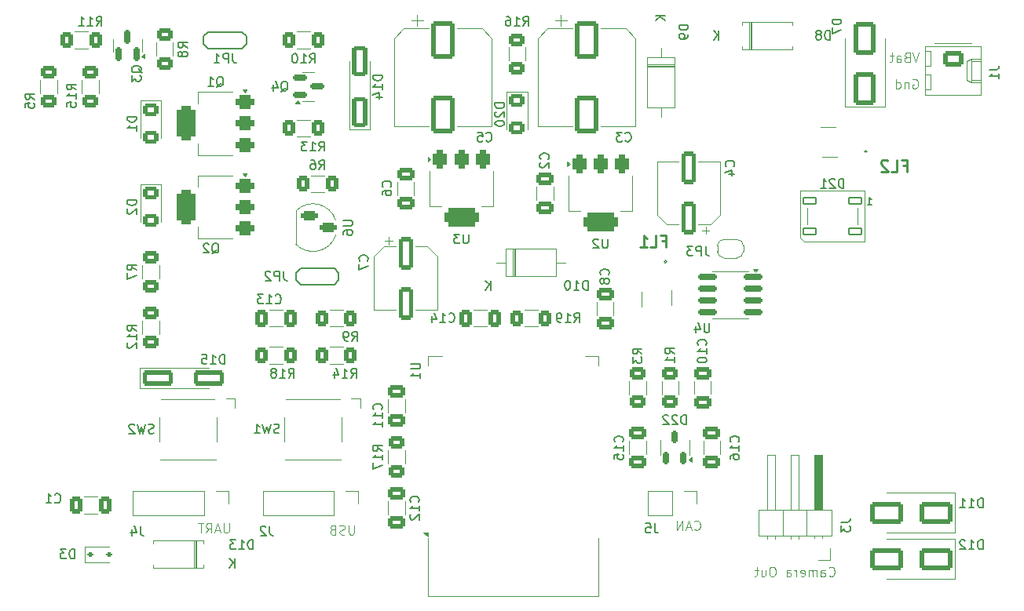
<source format=gbr>
%TF.GenerationSoftware,KiCad,Pcbnew,9.0.1*%
%TF.CreationDate,2025-05-10T22:15:22+02:00*%
%TF.ProjectId,Workcross-ReverseCam,576f726b-6372-46f7-9373-2d5265766572,rev?*%
%TF.SameCoordinates,Original*%
%TF.FileFunction,Legend,Bot*%
%TF.FilePolarity,Positive*%
%FSLAX46Y46*%
G04 Gerber Fmt 4.6, Leading zero omitted, Abs format (unit mm)*
G04 Created by KiCad (PCBNEW 9.0.1) date 2025-05-10 22:15:22*
%MOMM*%
%LPD*%
G01*
G04 APERTURE LIST*
G04 Aperture macros list*
%AMRoundRect*
0 Rectangle with rounded corners*
0 $1 Rounding radius*
0 $2 $3 $4 $5 $6 $7 $8 $9 X,Y pos of 4 corners*
0 Add a 4 corners polygon primitive as box body*
4,1,4,$2,$3,$4,$5,$6,$7,$8,$9,$2,$3,0*
0 Add four circle primitives for the rounded corners*
1,1,$1+$1,$2,$3*
1,1,$1+$1,$4,$5*
1,1,$1+$1,$6,$7*
1,1,$1+$1,$8,$9*
0 Add four rect primitives between the rounded corners*
20,1,$1+$1,$2,$3,$4,$5,0*
20,1,$1+$1,$4,$5,$6,$7,0*
20,1,$1+$1,$6,$7,$8,$9,0*
20,1,$1+$1,$8,$9,$2,$3,0*%
%AMFreePoly0*
4,1,23,0.500000,-0.750000,0.000000,-0.750000,0.000000,-0.745722,-0.065263,-0.745722,-0.191342,-0.711940,-0.304381,-0.646677,-0.396677,-0.554381,-0.461940,-0.441342,-0.495722,-0.315263,-0.495722,-0.250000,-0.500000,-0.250000,-0.500000,0.250000,-0.495722,0.250000,-0.495722,0.315263,-0.461940,0.441342,-0.396677,0.554381,-0.304381,0.646677,-0.191342,0.711940,-0.065263,0.745722,0.000000,0.745722,
0.000000,0.750000,0.500000,0.750000,0.500000,-0.750000,0.500000,-0.750000,$1*%
%AMFreePoly1*
4,1,23,0.000000,0.745722,0.065263,0.745722,0.191342,0.711940,0.304381,0.646677,0.396677,0.554381,0.461940,0.441342,0.495722,0.315263,0.495722,0.250000,0.500000,0.250000,0.500000,-0.250000,0.495722,-0.250000,0.495722,-0.315263,0.461940,-0.441342,0.396677,-0.554381,0.304381,-0.646677,0.191342,-0.711940,0.065263,-0.745722,0.000000,-0.745722,0.000000,-0.750000,-0.500000,-0.750000,
-0.500000,0.750000,0.000000,0.750000,0.000000,0.745722,0.000000,0.745722,$1*%
G04 Aperture macros list end*
%ADD10C,0.100000*%
%ADD11C,0.254000*%
%ADD12C,0.150000*%
%ADD13C,0.200000*%
%ADD14C,0.120000*%
%ADD15R,1.850000X1.700000*%
%ADD16R,1.700000X1.850000*%
%ADD17C,1.400000*%
%ADD18RoundRect,0.150000X0.150000X-0.512500X0.150000X0.512500X-0.150000X0.512500X-0.150000X-0.512500X0*%
%ADD19R,1.600000X1.400000*%
%ADD20RoundRect,0.375000X-0.375000X0.625000X-0.375000X-0.625000X0.375000X-0.625000X0.375000X0.625000X0*%
%ADD21RoundRect,0.500000X-1.400000X0.500000X-1.400000X-0.500000X1.400000X-0.500000X1.400000X0.500000X0*%
%ADD22RoundRect,0.250000X-1.000000X1.750000X-1.000000X-1.750000X1.000000X-1.750000X1.000000X1.750000X0*%
%ADD23RoundRect,0.250000X0.650000X-0.412500X0.650000X0.412500X-0.650000X0.412500X-0.650000X-0.412500X0*%
%ADD24RoundRect,0.250000X0.550000X-1.500000X0.550000X1.500000X-0.550000X1.500000X-0.550000X-1.500000X0*%
%ADD25RoundRect,0.375000X0.625000X0.375000X-0.625000X0.375000X-0.625000X-0.375000X0.625000X-0.375000X0*%
%ADD26RoundRect,0.500000X0.500000X1.400000X-0.500000X1.400000X-0.500000X-1.400000X0.500000X-1.400000X0*%
%ADD27RoundRect,0.090000X0.660000X0.360000X-0.660000X0.360000X-0.660000X-0.360000X0.660000X-0.360000X0*%
%ADD28RoundRect,0.250000X0.400000X0.625000X-0.400000X0.625000X-0.400000X-0.625000X0.400000X-0.625000X0*%
%ADD29RoundRect,0.250000X-0.400000X-0.625000X0.400000X-0.625000X0.400000X0.625000X-0.400000X0.625000X0*%
%ADD30RoundRect,0.250000X1.500000X0.900000X-1.500000X0.900000X-1.500000X-0.900000X1.500000X-0.900000X0*%
%ADD31R,1.700000X1.700000*%
%ADD32C,1.700000*%
%ADD33RoundRect,0.250000X-0.845000X0.620000X-0.845000X-0.620000X0.845000X-0.620000X0.845000X0.620000X0*%
%ADD34O,2.190000X1.740000*%
%ADD35RoundRect,0.250000X0.600000X-1.400000X0.600000X1.400000X-0.600000X1.400000X-0.600000X-1.400000X0*%
%ADD36R,1.800000X1.100000*%
%ADD37RoundRect,0.275000X0.625000X-0.275000X0.625000X0.275000X-0.625000X0.275000X-0.625000X-0.275000X0*%
%ADD38R,1.500000X0.900000*%
%ADD39R,0.900000X1.500000*%
%ADD40C,0.600000*%
%ADD41R,3.900000X3.900000*%
%ADD42RoundRect,0.250000X-0.625000X0.400000X-0.625000X-0.400000X0.625000X-0.400000X0.625000X0.400000X0*%
%ADD43RoundRect,0.250000X-0.550000X1.500000X-0.550000X-1.500000X0.550000X-1.500000X0.550000X1.500000X0*%
%ADD44RoundRect,0.250000X0.625000X-0.400000X0.625000X0.400000X-0.625000X0.400000X-0.625000X-0.400000X0*%
%ADD45FreePoly0,0.000000*%
%ADD46FreePoly1,0.000000*%
%ADD47RoundRect,0.250000X0.412500X0.650000X-0.412500X0.650000X-0.412500X-0.650000X0.412500X-0.650000X0*%
%ADD48RoundRect,0.250000X-0.650000X0.412500X-0.650000X-0.412500X0.650000X-0.412500X0.650000X0.412500X0*%
%ADD49RoundRect,0.150000X0.825000X0.150000X-0.825000X0.150000X-0.825000X-0.150000X0.825000X-0.150000X0*%
%ADD50RoundRect,0.150000X-0.587500X-0.150000X0.587500X-0.150000X0.587500X0.150000X-0.587500X0.150000X0*%
%ADD51RoundRect,0.250000X0.900000X-1.500000X0.900000X1.500000X-0.900000X1.500000X-0.900000X-1.500000X0*%
%ADD52RoundRect,0.250001X-0.624999X0.462499X-0.624999X-0.462499X0.624999X-0.462499X0.624999X0.462499X0*%
%ADD53RoundRect,0.150000X0.150000X-0.587500X0.150000X0.587500X-0.150000X0.587500X-0.150000X-0.587500X0*%
%ADD54RoundRect,0.250000X-0.412500X-0.650000X0.412500X-0.650000X0.412500X0.650000X-0.412500X0.650000X0*%
%ADD55RoundRect,0.112500X-0.187500X-0.112500X0.187500X-0.112500X0.187500X0.112500X-0.187500X0.112500X0*%
%ADD56R,2.200000X2.200000*%
%ADD57O,2.200000X2.200000*%
%ADD58R,1.800000X1.800000*%
%ADD59O,1.800000X1.800000*%
%ADD60RoundRect,0.250000X-1.400000X-0.600000X1.400000X-0.600000X1.400000X0.600000X-1.400000X0.600000X0*%
G04 APERTURE END LIST*
D10*
X119436115Y-106172419D02*
X119436115Y-106981942D01*
X119436115Y-106981942D02*
X119388496Y-107077180D01*
X119388496Y-107077180D02*
X119340877Y-107124800D01*
X119340877Y-107124800D02*
X119245639Y-107172419D01*
X119245639Y-107172419D02*
X119055163Y-107172419D01*
X119055163Y-107172419D02*
X118959925Y-107124800D01*
X118959925Y-107124800D02*
X118912306Y-107077180D01*
X118912306Y-107077180D02*
X118864687Y-106981942D01*
X118864687Y-106981942D02*
X118864687Y-106172419D01*
X118436115Y-106886704D02*
X117959925Y-106886704D01*
X118531353Y-107172419D02*
X118198020Y-106172419D01*
X118198020Y-106172419D02*
X117864687Y-107172419D01*
X116959925Y-107172419D02*
X117293258Y-106696228D01*
X117531353Y-107172419D02*
X117531353Y-106172419D01*
X117531353Y-106172419D02*
X117150401Y-106172419D01*
X117150401Y-106172419D02*
X117055163Y-106220038D01*
X117055163Y-106220038D02*
X117007544Y-106267657D01*
X117007544Y-106267657D02*
X116959925Y-106362895D01*
X116959925Y-106362895D02*
X116959925Y-106505752D01*
X116959925Y-106505752D02*
X117007544Y-106600990D01*
X117007544Y-106600990D02*
X117055163Y-106648609D01*
X117055163Y-106648609D02*
X117150401Y-106696228D01*
X117150401Y-106696228D02*
X117531353Y-106696228D01*
X116674210Y-106172419D02*
X116102782Y-106172419D01*
X116388496Y-107172419D02*
X116388496Y-106172419D01*
X193172306Y-58260038D02*
X193267544Y-58212419D01*
X193267544Y-58212419D02*
X193410401Y-58212419D01*
X193410401Y-58212419D02*
X193553258Y-58260038D01*
X193553258Y-58260038D02*
X193648496Y-58355276D01*
X193648496Y-58355276D02*
X193696115Y-58450514D01*
X193696115Y-58450514D02*
X193743734Y-58640990D01*
X193743734Y-58640990D02*
X193743734Y-58783847D01*
X193743734Y-58783847D02*
X193696115Y-58974323D01*
X193696115Y-58974323D02*
X193648496Y-59069561D01*
X193648496Y-59069561D02*
X193553258Y-59164800D01*
X193553258Y-59164800D02*
X193410401Y-59212419D01*
X193410401Y-59212419D02*
X193315163Y-59212419D01*
X193315163Y-59212419D02*
X193172306Y-59164800D01*
X193172306Y-59164800D02*
X193124687Y-59117180D01*
X193124687Y-59117180D02*
X193124687Y-58783847D01*
X193124687Y-58783847D02*
X193315163Y-58783847D01*
X192696115Y-58545752D02*
X192696115Y-59212419D01*
X192696115Y-58640990D02*
X192648496Y-58593371D01*
X192648496Y-58593371D02*
X192553258Y-58545752D01*
X192553258Y-58545752D02*
X192410401Y-58545752D01*
X192410401Y-58545752D02*
X192315163Y-58593371D01*
X192315163Y-58593371D02*
X192267544Y-58688609D01*
X192267544Y-58688609D02*
X192267544Y-59212419D01*
X191362782Y-59212419D02*
X191362782Y-58212419D01*
X191362782Y-59164800D02*
X191458020Y-59212419D01*
X191458020Y-59212419D02*
X191648496Y-59212419D01*
X191648496Y-59212419D02*
X191743734Y-59164800D01*
X191743734Y-59164800D02*
X191791353Y-59117180D01*
X191791353Y-59117180D02*
X191838972Y-59021942D01*
X191838972Y-59021942D02*
X191838972Y-58736228D01*
X191838972Y-58736228D02*
X191791353Y-58640990D01*
X191791353Y-58640990D02*
X191743734Y-58593371D01*
X191743734Y-58593371D02*
X191648496Y-58545752D01*
X191648496Y-58545752D02*
X191458020Y-58545752D01*
X191458020Y-58545752D02*
X191362782Y-58593371D01*
X132936115Y-106372419D02*
X132936115Y-107181942D01*
X132936115Y-107181942D02*
X132888496Y-107277180D01*
X132888496Y-107277180D02*
X132840877Y-107324800D01*
X132840877Y-107324800D02*
X132745639Y-107372419D01*
X132745639Y-107372419D02*
X132555163Y-107372419D01*
X132555163Y-107372419D02*
X132459925Y-107324800D01*
X132459925Y-107324800D02*
X132412306Y-107277180D01*
X132412306Y-107277180D02*
X132364687Y-107181942D01*
X132364687Y-107181942D02*
X132364687Y-106372419D01*
X131936115Y-107324800D02*
X131793258Y-107372419D01*
X131793258Y-107372419D02*
X131555163Y-107372419D01*
X131555163Y-107372419D02*
X131459925Y-107324800D01*
X131459925Y-107324800D02*
X131412306Y-107277180D01*
X131412306Y-107277180D02*
X131364687Y-107181942D01*
X131364687Y-107181942D02*
X131364687Y-107086704D01*
X131364687Y-107086704D02*
X131412306Y-106991466D01*
X131412306Y-106991466D02*
X131459925Y-106943847D01*
X131459925Y-106943847D02*
X131555163Y-106896228D01*
X131555163Y-106896228D02*
X131745639Y-106848609D01*
X131745639Y-106848609D02*
X131840877Y-106800990D01*
X131840877Y-106800990D02*
X131888496Y-106753371D01*
X131888496Y-106753371D02*
X131936115Y-106658133D01*
X131936115Y-106658133D02*
X131936115Y-106562895D01*
X131936115Y-106562895D02*
X131888496Y-106467657D01*
X131888496Y-106467657D02*
X131840877Y-106420038D01*
X131840877Y-106420038D02*
X131745639Y-106372419D01*
X131745639Y-106372419D02*
X131507544Y-106372419D01*
X131507544Y-106372419D02*
X131364687Y-106420038D01*
X130602782Y-106848609D02*
X130459925Y-106896228D01*
X130459925Y-106896228D02*
X130412306Y-106943847D01*
X130412306Y-106943847D02*
X130364687Y-107039085D01*
X130364687Y-107039085D02*
X130364687Y-107181942D01*
X130364687Y-107181942D02*
X130412306Y-107277180D01*
X130412306Y-107277180D02*
X130459925Y-107324800D01*
X130459925Y-107324800D02*
X130555163Y-107372419D01*
X130555163Y-107372419D02*
X130936115Y-107372419D01*
X130936115Y-107372419D02*
X130936115Y-106372419D01*
X130936115Y-106372419D02*
X130602782Y-106372419D01*
X130602782Y-106372419D02*
X130507544Y-106420038D01*
X130507544Y-106420038D02*
X130459925Y-106467657D01*
X130459925Y-106467657D02*
X130412306Y-106562895D01*
X130412306Y-106562895D02*
X130412306Y-106658133D01*
X130412306Y-106658133D02*
X130459925Y-106753371D01*
X130459925Y-106753371D02*
X130507544Y-106800990D01*
X130507544Y-106800990D02*
X130602782Y-106848609D01*
X130602782Y-106848609D02*
X130936115Y-106848609D01*
X193838972Y-55372419D02*
X193505639Y-56372419D01*
X193505639Y-56372419D02*
X193172306Y-55372419D01*
X192505639Y-55848609D02*
X192362782Y-55896228D01*
X192362782Y-55896228D02*
X192315163Y-55943847D01*
X192315163Y-55943847D02*
X192267544Y-56039085D01*
X192267544Y-56039085D02*
X192267544Y-56181942D01*
X192267544Y-56181942D02*
X192315163Y-56277180D01*
X192315163Y-56277180D02*
X192362782Y-56324800D01*
X192362782Y-56324800D02*
X192458020Y-56372419D01*
X192458020Y-56372419D02*
X192838972Y-56372419D01*
X192838972Y-56372419D02*
X192838972Y-55372419D01*
X192838972Y-55372419D02*
X192505639Y-55372419D01*
X192505639Y-55372419D02*
X192410401Y-55420038D01*
X192410401Y-55420038D02*
X192362782Y-55467657D01*
X192362782Y-55467657D02*
X192315163Y-55562895D01*
X192315163Y-55562895D02*
X192315163Y-55658133D01*
X192315163Y-55658133D02*
X192362782Y-55753371D01*
X192362782Y-55753371D02*
X192410401Y-55800990D01*
X192410401Y-55800990D02*
X192505639Y-55848609D01*
X192505639Y-55848609D02*
X192838972Y-55848609D01*
X191410401Y-56372419D02*
X191410401Y-55848609D01*
X191410401Y-55848609D02*
X191458020Y-55753371D01*
X191458020Y-55753371D02*
X191553258Y-55705752D01*
X191553258Y-55705752D02*
X191743734Y-55705752D01*
X191743734Y-55705752D02*
X191838972Y-55753371D01*
X191410401Y-56324800D02*
X191505639Y-56372419D01*
X191505639Y-56372419D02*
X191743734Y-56372419D01*
X191743734Y-56372419D02*
X191838972Y-56324800D01*
X191838972Y-56324800D02*
X191886591Y-56229561D01*
X191886591Y-56229561D02*
X191886591Y-56134323D01*
X191886591Y-56134323D02*
X191838972Y-56039085D01*
X191838972Y-56039085D02*
X191743734Y-55991466D01*
X191743734Y-55991466D02*
X191505639Y-55991466D01*
X191505639Y-55991466D02*
X191410401Y-55943847D01*
X191077067Y-55705752D02*
X190696115Y-55705752D01*
X190934210Y-55372419D02*
X190934210Y-56229561D01*
X190934210Y-56229561D02*
X190886591Y-56324800D01*
X190886591Y-56324800D02*
X190791353Y-56372419D01*
X190791353Y-56372419D02*
X190696115Y-56372419D01*
X184124687Y-111777180D02*
X184172306Y-111824800D01*
X184172306Y-111824800D02*
X184315163Y-111872419D01*
X184315163Y-111872419D02*
X184410401Y-111872419D01*
X184410401Y-111872419D02*
X184553258Y-111824800D01*
X184553258Y-111824800D02*
X184648496Y-111729561D01*
X184648496Y-111729561D02*
X184696115Y-111634323D01*
X184696115Y-111634323D02*
X184743734Y-111443847D01*
X184743734Y-111443847D02*
X184743734Y-111300990D01*
X184743734Y-111300990D02*
X184696115Y-111110514D01*
X184696115Y-111110514D02*
X184648496Y-111015276D01*
X184648496Y-111015276D02*
X184553258Y-110920038D01*
X184553258Y-110920038D02*
X184410401Y-110872419D01*
X184410401Y-110872419D02*
X184315163Y-110872419D01*
X184315163Y-110872419D02*
X184172306Y-110920038D01*
X184172306Y-110920038D02*
X184124687Y-110967657D01*
X183267544Y-111872419D02*
X183267544Y-111348609D01*
X183267544Y-111348609D02*
X183315163Y-111253371D01*
X183315163Y-111253371D02*
X183410401Y-111205752D01*
X183410401Y-111205752D02*
X183600877Y-111205752D01*
X183600877Y-111205752D02*
X183696115Y-111253371D01*
X183267544Y-111824800D02*
X183362782Y-111872419D01*
X183362782Y-111872419D02*
X183600877Y-111872419D01*
X183600877Y-111872419D02*
X183696115Y-111824800D01*
X183696115Y-111824800D02*
X183743734Y-111729561D01*
X183743734Y-111729561D02*
X183743734Y-111634323D01*
X183743734Y-111634323D02*
X183696115Y-111539085D01*
X183696115Y-111539085D02*
X183600877Y-111491466D01*
X183600877Y-111491466D02*
X183362782Y-111491466D01*
X183362782Y-111491466D02*
X183267544Y-111443847D01*
X182791353Y-111872419D02*
X182791353Y-111205752D01*
X182791353Y-111300990D02*
X182743734Y-111253371D01*
X182743734Y-111253371D02*
X182648496Y-111205752D01*
X182648496Y-111205752D02*
X182505639Y-111205752D01*
X182505639Y-111205752D02*
X182410401Y-111253371D01*
X182410401Y-111253371D02*
X182362782Y-111348609D01*
X182362782Y-111348609D02*
X182362782Y-111872419D01*
X182362782Y-111348609D02*
X182315163Y-111253371D01*
X182315163Y-111253371D02*
X182219925Y-111205752D01*
X182219925Y-111205752D02*
X182077068Y-111205752D01*
X182077068Y-111205752D02*
X181981829Y-111253371D01*
X181981829Y-111253371D02*
X181934210Y-111348609D01*
X181934210Y-111348609D02*
X181934210Y-111872419D01*
X181077068Y-111824800D02*
X181172306Y-111872419D01*
X181172306Y-111872419D02*
X181362782Y-111872419D01*
X181362782Y-111872419D02*
X181458020Y-111824800D01*
X181458020Y-111824800D02*
X181505639Y-111729561D01*
X181505639Y-111729561D02*
X181505639Y-111348609D01*
X181505639Y-111348609D02*
X181458020Y-111253371D01*
X181458020Y-111253371D02*
X181362782Y-111205752D01*
X181362782Y-111205752D02*
X181172306Y-111205752D01*
X181172306Y-111205752D02*
X181077068Y-111253371D01*
X181077068Y-111253371D02*
X181029449Y-111348609D01*
X181029449Y-111348609D02*
X181029449Y-111443847D01*
X181029449Y-111443847D02*
X181505639Y-111539085D01*
X180600877Y-111872419D02*
X180600877Y-111205752D01*
X180600877Y-111396228D02*
X180553258Y-111300990D01*
X180553258Y-111300990D02*
X180505639Y-111253371D01*
X180505639Y-111253371D02*
X180410401Y-111205752D01*
X180410401Y-111205752D02*
X180315163Y-111205752D01*
X179553258Y-111872419D02*
X179553258Y-111348609D01*
X179553258Y-111348609D02*
X179600877Y-111253371D01*
X179600877Y-111253371D02*
X179696115Y-111205752D01*
X179696115Y-111205752D02*
X179886591Y-111205752D01*
X179886591Y-111205752D02*
X179981829Y-111253371D01*
X179553258Y-111824800D02*
X179648496Y-111872419D01*
X179648496Y-111872419D02*
X179886591Y-111872419D01*
X179886591Y-111872419D02*
X179981829Y-111824800D01*
X179981829Y-111824800D02*
X180029448Y-111729561D01*
X180029448Y-111729561D02*
X180029448Y-111634323D01*
X180029448Y-111634323D02*
X179981829Y-111539085D01*
X179981829Y-111539085D02*
X179886591Y-111491466D01*
X179886591Y-111491466D02*
X179648496Y-111491466D01*
X179648496Y-111491466D02*
X179553258Y-111443847D01*
X178124686Y-110872419D02*
X177934210Y-110872419D01*
X177934210Y-110872419D02*
X177838972Y-110920038D01*
X177838972Y-110920038D02*
X177743734Y-111015276D01*
X177743734Y-111015276D02*
X177696115Y-111205752D01*
X177696115Y-111205752D02*
X177696115Y-111539085D01*
X177696115Y-111539085D02*
X177743734Y-111729561D01*
X177743734Y-111729561D02*
X177838972Y-111824800D01*
X177838972Y-111824800D02*
X177934210Y-111872419D01*
X177934210Y-111872419D02*
X178124686Y-111872419D01*
X178124686Y-111872419D02*
X178219924Y-111824800D01*
X178219924Y-111824800D02*
X178315162Y-111729561D01*
X178315162Y-111729561D02*
X178362781Y-111539085D01*
X178362781Y-111539085D02*
X178362781Y-111205752D01*
X178362781Y-111205752D02*
X178315162Y-111015276D01*
X178315162Y-111015276D02*
X178219924Y-110920038D01*
X178219924Y-110920038D02*
X178124686Y-110872419D01*
X176838972Y-111205752D02*
X176838972Y-111872419D01*
X177267543Y-111205752D02*
X177267543Y-111729561D01*
X177267543Y-111729561D02*
X177219924Y-111824800D01*
X177219924Y-111824800D02*
X177124686Y-111872419D01*
X177124686Y-111872419D02*
X176981829Y-111872419D01*
X176981829Y-111872419D02*
X176886591Y-111824800D01*
X176886591Y-111824800D02*
X176838972Y-111777180D01*
X176505638Y-111205752D02*
X176124686Y-111205752D01*
X176362781Y-110872419D02*
X176362781Y-111729561D01*
X176362781Y-111729561D02*
X176315162Y-111824800D01*
X176315162Y-111824800D02*
X176219924Y-111872419D01*
X176219924Y-111872419D02*
X176124686Y-111872419D01*
X169624687Y-106777180D02*
X169672306Y-106824800D01*
X169672306Y-106824800D02*
X169815163Y-106872419D01*
X169815163Y-106872419D02*
X169910401Y-106872419D01*
X169910401Y-106872419D02*
X170053258Y-106824800D01*
X170053258Y-106824800D02*
X170148496Y-106729561D01*
X170148496Y-106729561D02*
X170196115Y-106634323D01*
X170196115Y-106634323D02*
X170243734Y-106443847D01*
X170243734Y-106443847D02*
X170243734Y-106300990D01*
X170243734Y-106300990D02*
X170196115Y-106110514D01*
X170196115Y-106110514D02*
X170148496Y-106015276D01*
X170148496Y-106015276D02*
X170053258Y-105920038D01*
X170053258Y-105920038D02*
X169910401Y-105872419D01*
X169910401Y-105872419D02*
X169815163Y-105872419D01*
X169815163Y-105872419D02*
X169672306Y-105920038D01*
X169672306Y-105920038D02*
X169624687Y-105967657D01*
X169243734Y-106586704D02*
X168767544Y-106586704D01*
X169338972Y-106872419D02*
X169005639Y-105872419D01*
X169005639Y-105872419D02*
X168672306Y-106872419D01*
X168338972Y-106872419D02*
X168338972Y-105872419D01*
X168338972Y-105872419D02*
X167767544Y-106872419D01*
X167767544Y-106872419D02*
X167767544Y-105872419D01*
D11*
X192087380Y-67509080D02*
X192510714Y-67509080D01*
X192510714Y-68174318D02*
X192510714Y-66904318D01*
X192510714Y-66904318D02*
X191905952Y-66904318D01*
X190817381Y-68174318D02*
X191422143Y-68174318D01*
X191422143Y-68174318D02*
X191422143Y-66904318D01*
X190454524Y-67025270D02*
X190394048Y-66964794D01*
X190394048Y-66964794D02*
X190273095Y-66904318D01*
X190273095Y-66904318D02*
X189970714Y-66904318D01*
X189970714Y-66904318D02*
X189849762Y-66964794D01*
X189849762Y-66964794D02*
X189789286Y-67025270D01*
X189789286Y-67025270D02*
X189728809Y-67146222D01*
X189728809Y-67146222D02*
X189728809Y-67267175D01*
X189728809Y-67267175D02*
X189789286Y-67448603D01*
X189789286Y-67448603D02*
X190515000Y-68174318D01*
X190515000Y-68174318D02*
X189728809Y-68174318D01*
X166137380Y-75659080D02*
X166560714Y-75659080D01*
X166560714Y-76324318D02*
X166560714Y-75054318D01*
X166560714Y-75054318D02*
X165955952Y-75054318D01*
X164867381Y-76324318D02*
X165472143Y-76324318D01*
X165472143Y-76324318D02*
X165472143Y-75054318D01*
X163778809Y-76324318D02*
X164504524Y-76324318D01*
X164141667Y-76324318D02*
X164141667Y-75054318D01*
X164141667Y-75054318D02*
X164262619Y-75235746D01*
X164262619Y-75235746D02*
X164383571Y-75356699D01*
X164383571Y-75356699D02*
X164504524Y-75417175D01*
D12*
X119833333Y-55454819D02*
X119833333Y-56169104D01*
X119833333Y-56169104D02*
X119880952Y-56311961D01*
X119880952Y-56311961D02*
X119976190Y-56407200D01*
X119976190Y-56407200D02*
X120119047Y-56454819D01*
X120119047Y-56454819D02*
X120214285Y-56454819D01*
X119357142Y-56454819D02*
X119357142Y-55454819D01*
X119357142Y-55454819D02*
X118976190Y-55454819D01*
X118976190Y-55454819D02*
X118880952Y-55502438D01*
X118880952Y-55502438D02*
X118833333Y-55550057D01*
X118833333Y-55550057D02*
X118785714Y-55645295D01*
X118785714Y-55645295D02*
X118785714Y-55788152D01*
X118785714Y-55788152D02*
X118833333Y-55883390D01*
X118833333Y-55883390D02*
X118880952Y-55931009D01*
X118880952Y-55931009D02*
X118976190Y-55978628D01*
X118976190Y-55978628D02*
X119357142Y-55978628D01*
X117833333Y-56454819D02*
X118404761Y-56454819D01*
X118119047Y-56454819D02*
X118119047Y-55454819D01*
X118119047Y-55454819D02*
X118214285Y-55597676D01*
X118214285Y-55597676D02*
X118309523Y-55692914D01*
X118309523Y-55692914D02*
X118404761Y-55740533D01*
X168714285Y-95454819D02*
X168714285Y-94454819D01*
X168714285Y-94454819D02*
X168476190Y-94454819D01*
X168476190Y-94454819D02*
X168333333Y-94502438D01*
X168333333Y-94502438D02*
X168238095Y-94597676D01*
X168238095Y-94597676D02*
X168190476Y-94692914D01*
X168190476Y-94692914D02*
X168142857Y-94883390D01*
X168142857Y-94883390D02*
X168142857Y-95026247D01*
X168142857Y-95026247D02*
X168190476Y-95216723D01*
X168190476Y-95216723D02*
X168238095Y-95311961D01*
X168238095Y-95311961D02*
X168333333Y-95407200D01*
X168333333Y-95407200D02*
X168476190Y-95454819D01*
X168476190Y-95454819D02*
X168714285Y-95454819D01*
X167761904Y-94550057D02*
X167714285Y-94502438D01*
X167714285Y-94502438D02*
X167619047Y-94454819D01*
X167619047Y-94454819D02*
X167380952Y-94454819D01*
X167380952Y-94454819D02*
X167285714Y-94502438D01*
X167285714Y-94502438D02*
X167238095Y-94550057D01*
X167238095Y-94550057D02*
X167190476Y-94645295D01*
X167190476Y-94645295D02*
X167190476Y-94740533D01*
X167190476Y-94740533D02*
X167238095Y-94883390D01*
X167238095Y-94883390D02*
X167809523Y-95454819D01*
X167809523Y-95454819D02*
X167190476Y-95454819D01*
X166809523Y-94550057D02*
X166761904Y-94502438D01*
X166761904Y-94502438D02*
X166666666Y-94454819D01*
X166666666Y-94454819D02*
X166428571Y-94454819D01*
X166428571Y-94454819D02*
X166333333Y-94502438D01*
X166333333Y-94502438D02*
X166285714Y-94550057D01*
X166285714Y-94550057D02*
X166238095Y-94645295D01*
X166238095Y-94645295D02*
X166238095Y-94740533D01*
X166238095Y-94740533D02*
X166285714Y-94883390D01*
X166285714Y-94883390D02*
X166857142Y-95454819D01*
X166857142Y-95454819D02*
X166238095Y-95454819D01*
X124833332Y-96384264D02*
X124690475Y-96431883D01*
X124690475Y-96431883D02*
X124452380Y-96431883D01*
X124452380Y-96431883D02*
X124357142Y-96384264D01*
X124357142Y-96384264D02*
X124309523Y-96336644D01*
X124309523Y-96336644D02*
X124261904Y-96241406D01*
X124261904Y-96241406D02*
X124261904Y-96146168D01*
X124261904Y-96146168D02*
X124309523Y-96050930D01*
X124309523Y-96050930D02*
X124357142Y-96003311D01*
X124357142Y-96003311D02*
X124452380Y-95955692D01*
X124452380Y-95955692D02*
X124642856Y-95908073D01*
X124642856Y-95908073D02*
X124738094Y-95860454D01*
X124738094Y-95860454D02*
X124785713Y-95812835D01*
X124785713Y-95812835D02*
X124833332Y-95717597D01*
X124833332Y-95717597D02*
X124833332Y-95622359D01*
X124833332Y-95622359D02*
X124785713Y-95527121D01*
X124785713Y-95527121D02*
X124738094Y-95479502D01*
X124738094Y-95479502D02*
X124642856Y-95431883D01*
X124642856Y-95431883D02*
X124404761Y-95431883D01*
X124404761Y-95431883D02*
X124261904Y-95479502D01*
X123928570Y-95431883D02*
X123690475Y-96431883D01*
X123690475Y-96431883D02*
X123499999Y-95717597D01*
X123499999Y-95717597D02*
X123309523Y-96431883D01*
X123309523Y-96431883D02*
X123071428Y-95431883D01*
X122166666Y-96431883D02*
X122738094Y-96431883D01*
X122452380Y-96431883D02*
X122452380Y-95431883D01*
X122452380Y-95431883D02*
X122547618Y-95574740D01*
X122547618Y-95574740D02*
X122642856Y-95669978D01*
X122642856Y-95669978D02*
X122738094Y-95717597D01*
X145261904Y-74954819D02*
X145261904Y-75764342D01*
X145261904Y-75764342D02*
X145214285Y-75859580D01*
X145214285Y-75859580D02*
X145166666Y-75907200D01*
X145166666Y-75907200D02*
X145071428Y-75954819D01*
X145071428Y-75954819D02*
X144880952Y-75954819D01*
X144880952Y-75954819D02*
X144785714Y-75907200D01*
X144785714Y-75907200D02*
X144738095Y-75859580D01*
X144738095Y-75859580D02*
X144690476Y-75764342D01*
X144690476Y-75764342D02*
X144690476Y-74954819D01*
X144309523Y-74954819D02*
X143690476Y-74954819D01*
X143690476Y-74954819D02*
X144023809Y-75335771D01*
X144023809Y-75335771D02*
X143880952Y-75335771D01*
X143880952Y-75335771D02*
X143785714Y-75383390D01*
X143785714Y-75383390D02*
X143738095Y-75431009D01*
X143738095Y-75431009D02*
X143690476Y-75526247D01*
X143690476Y-75526247D02*
X143690476Y-75764342D01*
X143690476Y-75764342D02*
X143738095Y-75859580D01*
X143738095Y-75859580D02*
X143785714Y-75907200D01*
X143785714Y-75907200D02*
X143880952Y-75954819D01*
X143880952Y-75954819D02*
X144166666Y-75954819D01*
X144166666Y-75954819D02*
X144261904Y-75907200D01*
X144261904Y-75907200D02*
X144309523Y-75859580D01*
X147166666Y-64859580D02*
X147214285Y-64907200D01*
X147214285Y-64907200D02*
X147357142Y-64954819D01*
X147357142Y-64954819D02*
X147452380Y-64954819D01*
X147452380Y-64954819D02*
X147595237Y-64907200D01*
X147595237Y-64907200D02*
X147690475Y-64811961D01*
X147690475Y-64811961D02*
X147738094Y-64716723D01*
X147738094Y-64716723D02*
X147785713Y-64526247D01*
X147785713Y-64526247D02*
X147785713Y-64383390D01*
X147785713Y-64383390D02*
X147738094Y-64192914D01*
X147738094Y-64192914D02*
X147690475Y-64097676D01*
X147690475Y-64097676D02*
X147595237Y-64002438D01*
X147595237Y-64002438D02*
X147452380Y-63954819D01*
X147452380Y-63954819D02*
X147357142Y-63954819D01*
X147357142Y-63954819D02*
X147214285Y-64002438D01*
X147214285Y-64002438D02*
X147166666Y-64050057D01*
X146261904Y-63954819D02*
X146738094Y-63954819D01*
X146738094Y-63954819D02*
X146785713Y-64431009D01*
X146785713Y-64431009D02*
X146738094Y-64383390D01*
X146738094Y-64383390D02*
X146642856Y-64335771D01*
X146642856Y-64335771D02*
X146404761Y-64335771D01*
X146404761Y-64335771D02*
X146309523Y-64383390D01*
X146309523Y-64383390D02*
X146261904Y-64431009D01*
X146261904Y-64431009D02*
X146214285Y-64526247D01*
X146214285Y-64526247D02*
X146214285Y-64764342D01*
X146214285Y-64764342D02*
X146261904Y-64859580D01*
X146261904Y-64859580D02*
X146309523Y-64907200D01*
X146309523Y-64907200D02*
X146404761Y-64954819D01*
X146404761Y-64954819D02*
X146642856Y-64954819D01*
X146642856Y-64954819D02*
X146738094Y-64907200D01*
X146738094Y-64907200D02*
X146785713Y-64859580D01*
X170859580Y-86919642D02*
X170907200Y-86872023D01*
X170907200Y-86872023D02*
X170954819Y-86729166D01*
X170954819Y-86729166D02*
X170954819Y-86633928D01*
X170954819Y-86633928D02*
X170907200Y-86491071D01*
X170907200Y-86491071D02*
X170811961Y-86395833D01*
X170811961Y-86395833D02*
X170716723Y-86348214D01*
X170716723Y-86348214D02*
X170526247Y-86300595D01*
X170526247Y-86300595D02*
X170383390Y-86300595D01*
X170383390Y-86300595D02*
X170192914Y-86348214D01*
X170192914Y-86348214D02*
X170097676Y-86395833D01*
X170097676Y-86395833D02*
X170002438Y-86491071D01*
X170002438Y-86491071D02*
X169954819Y-86633928D01*
X169954819Y-86633928D02*
X169954819Y-86729166D01*
X169954819Y-86729166D02*
X170002438Y-86872023D01*
X170002438Y-86872023D02*
X170050057Y-86919642D01*
X170954819Y-87872023D02*
X170954819Y-87300595D01*
X170954819Y-87586309D02*
X169954819Y-87586309D01*
X169954819Y-87586309D02*
X170097676Y-87491071D01*
X170097676Y-87491071D02*
X170192914Y-87395833D01*
X170192914Y-87395833D02*
X170240533Y-87300595D01*
X169954819Y-88491071D02*
X169954819Y-88586309D01*
X169954819Y-88586309D02*
X170002438Y-88681547D01*
X170002438Y-88681547D02*
X170050057Y-88729166D01*
X170050057Y-88729166D02*
X170145295Y-88776785D01*
X170145295Y-88776785D02*
X170335771Y-88824404D01*
X170335771Y-88824404D02*
X170573866Y-88824404D01*
X170573866Y-88824404D02*
X170764342Y-88776785D01*
X170764342Y-88776785D02*
X170859580Y-88729166D01*
X170859580Y-88729166D02*
X170907200Y-88681547D01*
X170907200Y-88681547D02*
X170954819Y-88586309D01*
X170954819Y-88586309D02*
X170954819Y-88491071D01*
X170954819Y-88491071D02*
X170907200Y-88395833D01*
X170907200Y-88395833D02*
X170859580Y-88348214D01*
X170859580Y-88348214D02*
X170764342Y-88300595D01*
X170764342Y-88300595D02*
X170573866Y-88252976D01*
X170573866Y-88252976D02*
X170335771Y-88252976D01*
X170335771Y-88252976D02*
X170145295Y-88300595D01*
X170145295Y-88300595D02*
X170050057Y-88348214D01*
X170050057Y-88348214D02*
X170002438Y-88395833D01*
X170002438Y-88395833D02*
X169954819Y-88491071D01*
X173859580Y-67633333D02*
X173907200Y-67585714D01*
X173907200Y-67585714D02*
X173954819Y-67442857D01*
X173954819Y-67442857D02*
X173954819Y-67347619D01*
X173954819Y-67347619D02*
X173907200Y-67204762D01*
X173907200Y-67204762D02*
X173811961Y-67109524D01*
X173811961Y-67109524D02*
X173716723Y-67061905D01*
X173716723Y-67061905D02*
X173526247Y-67014286D01*
X173526247Y-67014286D02*
X173383390Y-67014286D01*
X173383390Y-67014286D02*
X173192914Y-67061905D01*
X173192914Y-67061905D02*
X173097676Y-67109524D01*
X173097676Y-67109524D02*
X173002438Y-67204762D01*
X173002438Y-67204762D02*
X172954819Y-67347619D01*
X172954819Y-67347619D02*
X172954819Y-67442857D01*
X172954819Y-67442857D02*
X173002438Y-67585714D01*
X173002438Y-67585714D02*
X173050057Y-67633333D01*
X173288152Y-68490476D02*
X173954819Y-68490476D01*
X172907200Y-68252381D02*
X173621485Y-68014286D01*
X173621485Y-68014286D02*
X173621485Y-68633333D01*
X118095238Y-59050057D02*
X118190476Y-59002438D01*
X118190476Y-59002438D02*
X118285714Y-58907200D01*
X118285714Y-58907200D02*
X118428571Y-58764342D01*
X118428571Y-58764342D02*
X118523809Y-58716723D01*
X118523809Y-58716723D02*
X118619047Y-58716723D01*
X118571428Y-58954819D02*
X118666666Y-58907200D01*
X118666666Y-58907200D02*
X118761904Y-58811961D01*
X118761904Y-58811961D02*
X118809523Y-58621485D01*
X118809523Y-58621485D02*
X118809523Y-58288152D01*
X118809523Y-58288152D02*
X118761904Y-58097676D01*
X118761904Y-58097676D02*
X118666666Y-58002438D01*
X118666666Y-58002438D02*
X118571428Y-57954819D01*
X118571428Y-57954819D02*
X118380952Y-57954819D01*
X118380952Y-57954819D02*
X118285714Y-58002438D01*
X118285714Y-58002438D02*
X118190476Y-58097676D01*
X118190476Y-58097676D02*
X118142857Y-58288152D01*
X118142857Y-58288152D02*
X118142857Y-58621485D01*
X118142857Y-58621485D02*
X118190476Y-58811961D01*
X118190476Y-58811961D02*
X118285714Y-58907200D01*
X118285714Y-58907200D02*
X118380952Y-58954819D01*
X118380952Y-58954819D02*
X118571428Y-58954819D01*
X117190476Y-58954819D02*
X117761904Y-58954819D01*
X117476190Y-58954819D02*
X117476190Y-57954819D01*
X117476190Y-57954819D02*
X117571428Y-58097676D01*
X117571428Y-58097676D02*
X117666666Y-58192914D01*
X117666666Y-58192914D02*
X117761904Y-58240533D01*
X185714285Y-69954819D02*
X185714285Y-68954819D01*
X185714285Y-68954819D02*
X185476190Y-68954819D01*
X185476190Y-68954819D02*
X185333333Y-69002438D01*
X185333333Y-69002438D02*
X185238095Y-69097676D01*
X185238095Y-69097676D02*
X185190476Y-69192914D01*
X185190476Y-69192914D02*
X185142857Y-69383390D01*
X185142857Y-69383390D02*
X185142857Y-69526247D01*
X185142857Y-69526247D02*
X185190476Y-69716723D01*
X185190476Y-69716723D02*
X185238095Y-69811961D01*
X185238095Y-69811961D02*
X185333333Y-69907200D01*
X185333333Y-69907200D02*
X185476190Y-69954819D01*
X185476190Y-69954819D02*
X185714285Y-69954819D01*
X184761904Y-69050057D02*
X184714285Y-69002438D01*
X184714285Y-69002438D02*
X184619047Y-68954819D01*
X184619047Y-68954819D02*
X184380952Y-68954819D01*
X184380952Y-68954819D02*
X184285714Y-69002438D01*
X184285714Y-69002438D02*
X184238095Y-69050057D01*
X184238095Y-69050057D02*
X184190476Y-69145295D01*
X184190476Y-69145295D02*
X184190476Y-69240533D01*
X184190476Y-69240533D02*
X184238095Y-69383390D01*
X184238095Y-69383390D02*
X184809523Y-69954819D01*
X184809523Y-69954819D02*
X184190476Y-69954819D01*
X183238095Y-69954819D02*
X183809523Y-69954819D01*
X183523809Y-69954819D02*
X183523809Y-68954819D01*
X183523809Y-68954819D02*
X183619047Y-69097676D01*
X183619047Y-69097676D02*
X183714285Y-69192914D01*
X183714285Y-69192914D02*
X183809523Y-69240533D01*
X188271428Y-71762295D02*
X188728571Y-71762295D01*
X188499999Y-71762295D02*
X188499999Y-70962295D01*
X188499999Y-70962295D02*
X188576190Y-71076580D01*
X188576190Y-71076580D02*
X188652380Y-71152771D01*
X188652380Y-71152771D02*
X188728571Y-71190866D01*
X125869921Y-90454819D02*
X126203254Y-89978628D01*
X126441349Y-90454819D02*
X126441349Y-89454819D01*
X126441349Y-89454819D02*
X126060397Y-89454819D01*
X126060397Y-89454819D02*
X125965159Y-89502438D01*
X125965159Y-89502438D02*
X125917540Y-89550057D01*
X125917540Y-89550057D02*
X125869921Y-89645295D01*
X125869921Y-89645295D02*
X125869921Y-89788152D01*
X125869921Y-89788152D02*
X125917540Y-89883390D01*
X125917540Y-89883390D02*
X125965159Y-89931009D01*
X125965159Y-89931009D02*
X126060397Y-89978628D01*
X126060397Y-89978628D02*
X126441349Y-89978628D01*
X124917540Y-90454819D02*
X125488968Y-90454819D01*
X125203254Y-90454819D02*
X125203254Y-89454819D01*
X125203254Y-89454819D02*
X125298492Y-89597676D01*
X125298492Y-89597676D02*
X125393730Y-89692914D01*
X125393730Y-89692914D02*
X125488968Y-89740533D01*
X124346111Y-89883390D02*
X124441349Y-89835771D01*
X124441349Y-89835771D02*
X124488968Y-89788152D01*
X124488968Y-89788152D02*
X124536587Y-89692914D01*
X124536587Y-89692914D02*
X124536587Y-89645295D01*
X124536587Y-89645295D02*
X124488968Y-89550057D01*
X124488968Y-89550057D02*
X124441349Y-89502438D01*
X124441349Y-89502438D02*
X124346111Y-89454819D01*
X124346111Y-89454819D02*
X124155635Y-89454819D01*
X124155635Y-89454819D02*
X124060397Y-89502438D01*
X124060397Y-89502438D02*
X124012778Y-89550057D01*
X124012778Y-89550057D02*
X123965159Y-89645295D01*
X123965159Y-89645295D02*
X123965159Y-89692914D01*
X123965159Y-89692914D02*
X124012778Y-89788152D01*
X124012778Y-89788152D02*
X124060397Y-89835771D01*
X124060397Y-89835771D02*
X124155635Y-89883390D01*
X124155635Y-89883390D02*
X124346111Y-89883390D01*
X124346111Y-89883390D02*
X124441349Y-89931009D01*
X124441349Y-89931009D02*
X124488968Y-89978628D01*
X124488968Y-89978628D02*
X124536587Y-90073866D01*
X124536587Y-90073866D02*
X124536587Y-90264342D01*
X124536587Y-90264342D02*
X124488968Y-90359580D01*
X124488968Y-90359580D02*
X124441349Y-90407200D01*
X124441349Y-90407200D02*
X124346111Y-90454819D01*
X124346111Y-90454819D02*
X124155635Y-90454819D01*
X124155635Y-90454819D02*
X124060397Y-90407200D01*
X124060397Y-90407200D02*
X124012778Y-90359580D01*
X124012778Y-90359580D02*
X123965159Y-90264342D01*
X123965159Y-90264342D02*
X123965159Y-90073866D01*
X123965159Y-90073866D02*
X124012778Y-89978628D01*
X124012778Y-89978628D02*
X124060397Y-89931009D01*
X124060397Y-89931009D02*
X124155635Y-89883390D01*
X153859580Y-66833333D02*
X153907200Y-66785714D01*
X153907200Y-66785714D02*
X153954819Y-66642857D01*
X153954819Y-66642857D02*
X153954819Y-66547619D01*
X153954819Y-66547619D02*
X153907200Y-66404762D01*
X153907200Y-66404762D02*
X153811961Y-66309524D01*
X153811961Y-66309524D02*
X153716723Y-66261905D01*
X153716723Y-66261905D02*
X153526247Y-66214286D01*
X153526247Y-66214286D02*
X153383390Y-66214286D01*
X153383390Y-66214286D02*
X153192914Y-66261905D01*
X153192914Y-66261905D02*
X153097676Y-66309524D01*
X153097676Y-66309524D02*
X153002438Y-66404762D01*
X153002438Y-66404762D02*
X152954819Y-66547619D01*
X152954819Y-66547619D02*
X152954819Y-66642857D01*
X152954819Y-66642857D02*
X153002438Y-66785714D01*
X153002438Y-66785714D02*
X153050057Y-66833333D01*
X153050057Y-67214286D02*
X153002438Y-67261905D01*
X153002438Y-67261905D02*
X152954819Y-67357143D01*
X152954819Y-67357143D02*
X152954819Y-67595238D01*
X152954819Y-67595238D02*
X153002438Y-67690476D01*
X153002438Y-67690476D02*
X153050057Y-67738095D01*
X153050057Y-67738095D02*
X153145295Y-67785714D01*
X153145295Y-67785714D02*
X153240533Y-67785714D01*
X153240533Y-67785714D02*
X153383390Y-67738095D01*
X153383390Y-67738095D02*
X153954819Y-67166667D01*
X153954819Y-67166667D02*
X153954819Y-67785714D01*
X136859580Y-69833333D02*
X136907200Y-69785714D01*
X136907200Y-69785714D02*
X136954819Y-69642857D01*
X136954819Y-69642857D02*
X136954819Y-69547619D01*
X136954819Y-69547619D02*
X136907200Y-69404762D01*
X136907200Y-69404762D02*
X136811961Y-69309524D01*
X136811961Y-69309524D02*
X136716723Y-69261905D01*
X136716723Y-69261905D02*
X136526247Y-69214286D01*
X136526247Y-69214286D02*
X136383390Y-69214286D01*
X136383390Y-69214286D02*
X136192914Y-69261905D01*
X136192914Y-69261905D02*
X136097676Y-69309524D01*
X136097676Y-69309524D02*
X136002438Y-69404762D01*
X136002438Y-69404762D02*
X135954819Y-69547619D01*
X135954819Y-69547619D02*
X135954819Y-69642857D01*
X135954819Y-69642857D02*
X136002438Y-69785714D01*
X136002438Y-69785714D02*
X136050057Y-69833333D01*
X135954819Y-70690476D02*
X135954819Y-70500000D01*
X135954819Y-70500000D02*
X136002438Y-70404762D01*
X136002438Y-70404762D02*
X136050057Y-70357143D01*
X136050057Y-70357143D02*
X136192914Y-70261905D01*
X136192914Y-70261905D02*
X136383390Y-70214286D01*
X136383390Y-70214286D02*
X136764342Y-70214286D01*
X136764342Y-70214286D02*
X136859580Y-70261905D01*
X136859580Y-70261905D02*
X136907200Y-70309524D01*
X136907200Y-70309524D02*
X136954819Y-70404762D01*
X136954819Y-70404762D02*
X136954819Y-70595238D01*
X136954819Y-70595238D02*
X136907200Y-70690476D01*
X136907200Y-70690476D02*
X136859580Y-70738095D01*
X136859580Y-70738095D02*
X136764342Y-70785714D01*
X136764342Y-70785714D02*
X136526247Y-70785714D01*
X136526247Y-70785714D02*
X136431009Y-70738095D01*
X136431009Y-70738095D02*
X136383390Y-70690476D01*
X136383390Y-70690476D02*
X136335771Y-70595238D01*
X136335771Y-70595238D02*
X136335771Y-70404762D01*
X136335771Y-70404762D02*
X136383390Y-70309524D01*
X136383390Y-70309524D02*
X136431009Y-70261905D01*
X136431009Y-70261905D02*
X136526247Y-70214286D01*
X125333333Y-78954819D02*
X125333333Y-79669104D01*
X125333333Y-79669104D02*
X125380952Y-79811961D01*
X125380952Y-79811961D02*
X125476190Y-79907200D01*
X125476190Y-79907200D02*
X125619047Y-79954819D01*
X125619047Y-79954819D02*
X125714285Y-79954819D01*
X124857142Y-79954819D02*
X124857142Y-78954819D01*
X124857142Y-78954819D02*
X124476190Y-78954819D01*
X124476190Y-78954819D02*
X124380952Y-79002438D01*
X124380952Y-79002438D02*
X124333333Y-79050057D01*
X124333333Y-79050057D02*
X124285714Y-79145295D01*
X124285714Y-79145295D02*
X124285714Y-79288152D01*
X124285714Y-79288152D02*
X124333333Y-79383390D01*
X124333333Y-79383390D02*
X124380952Y-79431009D01*
X124380952Y-79431009D02*
X124476190Y-79478628D01*
X124476190Y-79478628D02*
X124857142Y-79478628D01*
X123904761Y-79050057D02*
X123857142Y-79002438D01*
X123857142Y-79002438D02*
X123761904Y-78954819D01*
X123761904Y-78954819D02*
X123523809Y-78954819D01*
X123523809Y-78954819D02*
X123428571Y-79002438D01*
X123428571Y-79002438D02*
X123380952Y-79050057D01*
X123380952Y-79050057D02*
X123333333Y-79145295D01*
X123333333Y-79145295D02*
X123333333Y-79240533D01*
X123333333Y-79240533D02*
X123380952Y-79383390D01*
X123380952Y-79383390D02*
X123952380Y-79954819D01*
X123952380Y-79954819D02*
X123333333Y-79954819D01*
X132592857Y-90454819D02*
X132926190Y-89978628D01*
X133164285Y-90454819D02*
X133164285Y-89454819D01*
X133164285Y-89454819D02*
X132783333Y-89454819D01*
X132783333Y-89454819D02*
X132688095Y-89502438D01*
X132688095Y-89502438D02*
X132640476Y-89550057D01*
X132640476Y-89550057D02*
X132592857Y-89645295D01*
X132592857Y-89645295D02*
X132592857Y-89788152D01*
X132592857Y-89788152D02*
X132640476Y-89883390D01*
X132640476Y-89883390D02*
X132688095Y-89931009D01*
X132688095Y-89931009D02*
X132783333Y-89978628D01*
X132783333Y-89978628D02*
X133164285Y-89978628D01*
X131640476Y-90454819D02*
X132211904Y-90454819D01*
X131926190Y-90454819D02*
X131926190Y-89454819D01*
X131926190Y-89454819D02*
X132021428Y-89597676D01*
X132021428Y-89597676D02*
X132116666Y-89692914D01*
X132116666Y-89692914D02*
X132211904Y-89740533D01*
X130783333Y-89788152D02*
X130783333Y-90454819D01*
X131021428Y-89407200D02*
X131259523Y-90121485D01*
X131259523Y-90121485D02*
X130640476Y-90121485D01*
X200714285Y-108954819D02*
X200714285Y-107954819D01*
X200714285Y-107954819D02*
X200476190Y-107954819D01*
X200476190Y-107954819D02*
X200333333Y-108002438D01*
X200333333Y-108002438D02*
X200238095Y-108097676D01*
X200238095Y-108097676D02*
X200190476Y-108192914D01*
X200190476Y-108192914D02*
X200142857Y-108383390D01*
X200142857Y-108383390D02*
X200142857Y-108526247D01*
X200142857Y-108526247D02*
X200190476Y-108716723D01*
X200190476Y-108716723D02*
X200238095Y-108811961D01*
X200238095Y-108811961D02*
X200333333Y-108907200D01*
X200333333Y-108907200D02*
X200476190Y-108954819D01*
X200476190Y-108954819D02*
X200714285Y-108954819D01*
X199190476Y-108954819D02*
X199761904Y-108954819D01*
X199476190Y-108954819D02*
X199476190Y-107954819D01*
X199476190Y-107954819D02*
X199571428Y-108097676D01*
X199571428Y-108097676D02*
X199666666Y-108192914D01*
X199666666Y-108192914D02*
X199761904Y-108240533D01*
X198809523Y-108050057D02*
X198761904Y-108002438D01*
X198761904Y-108002438D02*
X198666666Y-107954819D01*
X198666666Y-107954819D02*
X198428571Y-107954819D01*
X198428571Y-107954819D02*
X198333333Y-108002438D01*
X198333333Y-108002438D02*
X198285714Y-108050057D01*
X198285714Y-108050057D02*
X198238095Y-108145295D01*
X198238095Y-108145295D02*
X198238095Y-108240533D01*
X198238095Y-108240533D02*
X198285714Y-108383390D01*
X198285714Y-108383390D02*
X198857142Y-108954819D01*
X198857142Y-108954819D02*
X198238095Y-108954819D01*
X185414819Y-106051666D02*
X186129104Y-106051666D01*
X186129104Y-106051666D02*
X186271961Y-106004047D01*
X186271961Y-106004047D02*
X186367200Y-105908809D01*
X186367200Y-105908809D02*
X186414819Y-105765952D01*
X186414819Y-105765952D02*
X186414819Y-105670714D01*
X185414819Y-106432619D02*
X185414819Y-107051666D01*
X185414819Y-107051666D02*
X185795771Y-106718333D01*
X185795771Y-106718333D02*
X185795771Y-106861190D01*
X185795771Y-106861190D02*
X185843390Y-106956428D01*
X185843390Y-106956428D02*
X185891009Y-107004047D01*
X185891009Y-107004047D02*
X185986247Y-107051666D01*
X185986247Y-107051666D02*
X186224342Y-107051666D01*
X186224342Y-107051666D02*
X186319580Y-107004047D01*
X186319580Y-107004047D02*
X186367200Y-106956428D01*
X186367200Y-106956428D02*
X186414819Y-106861190D01*
X186414819Y-106861190D02*
X186414819Y-106575476D01*
X186414819Y-106575476D02*
X186367200Y-106480238D01*
X186367200Y-106480238D02*
X186319580Y-106432619D01*
X123833333Y-106454819D02*
X123833333Y-107169104D01*
X123833333Y-107169104D02*
X123880952Y-107311961D01*
X123880952Y-107311961D02*
X123976190Y-107407200D01*
X123976190Y-107407200D02*
X124119047Y-107454819D01*
X124119047Y-107454819D02*
X124214285Y-107454819D01*
X123404761Y-106550057D02*
X123357142Y-106502438D01*
X123357142Y-106502438D02*
X123261904Y-106454819D01*
X123261904Y-106454819D02*
X123023809Y-106454819D01*
X123023809Y-106454819D02*
X122928571Y-106502438D01*
X122928571Y-106502438D02*
X122880952Y-106550057D01*
X122880952Y-106550057D02*
X122833333Y-106645295D01*
X122833333Y-106645295D02*
X122833333Y-106740533D01*
X122833333Y-106740533D02*
X122880952Y-106883390D01*
X122880952Y-106883390D02*
X123452380Y-107454819D01*
X123452380Y-107454819D02*
X122833333Y-107454819D01*
X201454819Y-57166666D02*
X202169104Y-57166666D01*
X202169104Y-57166666D02*
X202311961Y-57119047D01*
X202311961Y-57119047D02*
X202407200Y-57023809D01*
X202407200Y-57023809D02*
X202454819Y-56880952D01*
X202454819Y-56880952D02*
X202454819Y-56785714D01*
X202454819Y-58166666D02*
X202454819Y-57595238D01*
X202454819Y-57880952D02*
X201454819Y-57880952D01*
X201454819Y-57880952D02*
X201597676Y-57785714D01*
X201597676Y-57785714D02*
X201692914Y-57690476D01*
X201692914Y-57690476D02*
X201740533Y-57595238D01*
X135954819Y-57785714D02*
X134954819Y-57785714D01*
X134954819Y-57785714D02*
X134954819Y-58023809D01*
X134954819Y-58023809D02*
X135002438Y-58166666D01*
X135002438Y-58166666D02*
X135097676Y-58261904D01*
X135097676Y-58261904D02*
X135192914Y-58309523D01*
X135192914Y-58309523D02*
X135383390Y-58357142D01*
X135383390Y-58357142D02*
X135526247Y-58357142D01*
X135526247Y-58357142D02*
X135716723Y-58309523D01*
X135716723Y-58309523D02*
X135811961Y-58261904D01*
X135811961Y-58261904D02*
X135907200Y-58166666D01*
X135907200Y-58166666D02*
X135954819Y-58023809D01*
X135954819Y-58023809D02*
X135954819Y-57785714D01*
X135954819Y-59309523D02*
X135954819Y-58738095D01*
X135954819Y-59023809D02*
X134954819Y-59023809D01*
X134954819Y-59023809D02*
X135097676Y-58928571D01*
X135097676Y-58928571D02*
X135192914Y-58833333D01*
X135192914Y-58833333D02*
X135240533Y-58738095D01*
X135288152Y-60166666D02*
X135954819Y-60166666D01*
X134907200Y-59928571D02*
X135621485Y-59690476D01*
X135621485Y-59690476D02*
X135621485Y-60309523D01*
X160261904Y-75454819D02*
X160261904Y-76264342D01*
X160261904Y-76264342D02*
X160214285Y-76359580D01*
X160214285Y-76359580D02*
X160166666Y-76407200D01*
X160166666Y-76407200D02*
X160071428Y-76454819D01*
X160071428Y-76454819D02*
X159880952Y-76454819D01*
X159880952Y-76454819D02*
X159785714Y-76407200D01*
X159785714Y-76407200D02*
X159738095Y-76359580D01*
X159738095Y-76359580D02*
X159690476Y-76264342D01*
X159690476Y-76264342D02*
X159690476Y-75454819D01*
X159261904Y-75550057D02*
X159214285Y-75502438D01*
X159214285Y-75502438D02*
X159119047Y-75454819D01*
X159119047Y-75454819D02*
X158880952Y-75454819D01*
X158880952Y-75454819D02*
X158785714Y-75502438D01*
X158785714Y-75502438D02*
X158738095Y-75550057D01*
X158738095Y-75550057D02*
X158690476Y-75645295D01*
X158690476Y-75645295D02*
X158690476Y-75740533D01*
X158690476Y-75740533D02*
X158738095Y-75883390D01*
X158738095Y-75883390D02*
X159309523Y-76454819D01*
X159309523Y-76454819D02*
X158690476Y-76454819D01*
X131754819Y-73468095D02*
X132564342Y-73468095D01*
X132564342Y-73468095D02*
X132659580Y-73515714D01*
X132659580Y-73515714D02*
X132707200Y-73563333D01*
X132707200Y-73563333D02*
X132754819Y-73658571D01*
X132754819Y-73658571D02*
X132754819Y-73849047D01*
X132754819Y-73849047D02*
X132707200Y-73944285D01*
X132707200Y-73944285D02*
X132659580Y-73991904D01*
X132659580Y-73991904D02*
X132564342Y-74039523D01*
X132564342Y-74039523D02*
X131754819Y-74039523D01*
X131754819Y-74944285D02*
X131754819Y-74753809D01*
X131754819Y-74753809D02*
X131802438Y-74658571D01*
X131802438Y-74658571D02*
X131850057Y-74610952D01*
X131850057Y-74610952D02*
X131992914Y-74515714D01*
X131992914Y-74515714D02*
X132183390Y-74468095D01*
X132183390Y-74468095D02*
X132564342Y-74468095D01*
X132564342Y-74468095D02*
X132659580Y-74515714D01*
X132659580Y-74515714D02*
X132707200Y-74563333D01*
X132707200Y-74563333D02*
X132754819Y-74658571D01*
X132754819Y-74658571D02*
X132754819Y-74849047D01*
X132754819Y-74849047D02*
X132707200Y-74944285D01*
X132707200Y-74944285D02*
X132659580Y-74991904D01*
X132659580Y-74991904D02*
X132564342Y-75039523D01*
X132564342Y-75039523D02*
X132326247Y-75039523D01*
X132326247Y-75039523D02*
X132231009Y-74991904D01*
X132231009Y-74991904D02*
X132183390Y-74944285D01*
X132183390Y-74944285D02*
X132135771Y-74849047D01*
X132135771Y-74849047D02*
X132135771Y-74658571D01*
X132135771Y-74658571D02*
X132183390Y-74563333D01*
X132183390Y-74563333D02*
X132231009Y-74515714D01*
X132231009Y-74515714D02*
X132326247Y-74468095D01*
X129166666Y-67954819D02*
X129499999Y-67478628D01*
X129738094Y-67954819D02*
X129738094Y-66954819D01*
X129738094Y-66954819D02*
X129357142Y-66954819D01*
X129357142Y-66954819D02*
X129261904Y-67002438D01*
X129261904Y-67002438D02*
X129214285Y-67050057D01*
X129214285Y-67050057D02*
X129166666Y-67145295D01*
X129166666Y-67145295D02*
X129166666Y-67288152D01*
X129166666Y-67288152D02*
X129214285Y-67383390D01*
X129214285Y-67383390D02*
X129261904Y-67431009D01*
X129261904Y-67431009D02*
X129357142Y-67478628D01*
X129357142Y-67478628D02*
X129738094Y-67478628D01*
X128309523Y-66954819D02*
X128499999Y-66954819D01*
X128499999Y-66954819D02*
X128595237Y-67002438D01*
X128595237Y-67002438D02*
X128642856Y-67050057D01*
X128642856Y-67050057D02*
X128738094Y-67192914D01*
X128738094Y-67192914D02*
X128785713Y-67383390D01*
X128785713Y-67383390D02*
X128785713Y-67764342D01*
X128785713Y-67764342D02*
X128738094Y-67859580D01*
X128738094Y-67859580D02*
X128690475Y-67907200D01*
X128690475Y-67907200D02*
X128595237Y-67954819D01*
X128595237Y-67954819D02*
X128404761Y-67954819D01*
X128404761Y-67954819D02*
X128309523Y-67907200D01*
X128309523Y-67907200D02*
X128261904Y-67859580D01*
X128261904Y-67859580D02*
X128214285Y-67764342D01*
X128214285Y-67764342D02*
X128214285Y-67526247D01*
X128214285Y-67526247D02*
X128261904Y-67431009D01*
X128261904Y-67431009D02*
X128309523Y-67383390D01*
X128309523Y-67383390D02*
X128404761Y-67335771D01*
X128404761Y-67335771D02*
X128595237Y-67335771D01*
X128595237Y-67335771D02*
X128690475Y-67383390D01*
X128690475Y-67383390D02*
X128738094Y-67431009D01*
X128738094Y-67431009D02*
X128785713Y-67526247D01*
X139054819Y-88928095D02*
X139864342Y-88928095D01*
X139864342Y-88928095D02*
X139959580Y-88975714D01*
X139959580Y-88975714D02*
X140007200Y-89023333D01*
X140007200Y-89023333D02*
X140054819Y-89118571D01*
X140054819Y-89118571D02*
X140054819Y-89309047D01*
X140054819Y-89309047D02*
X140007200Y-89404285D01*
X140007200Y-89404285D02*
X139959580Y-89451904D01*
X139959580Y-89451904D02*
X139864342Y-89499523D01*
X139864342Y-89499523D02*
X139054819Y-89499523D01*
X140054819Y-90499523D02*
X140054819Y-89928095D01*
X140054819Y-90213809D02*
X139054819Y-90213809D01*
X139054819Y-90213809D02*
X139197676Y-90118571D01*
X139197676Y-90118571D02*
X139292914Y-90023333D01*
X139292914Y-90023333D02*
X139340533Y-89928095D01*
X114954819Y-54833333D02*
X114478628Y-54500000D01*
X114954819Y-54261905D02*
X113954819Y-54261905D01*
X113954819Y-54261905D02*
X113954819Y-54642857D01*
X113954819Y-54642857D02*
X114002438Y-54738095D01*
X114002438Y-54738095D02*
X114050057Y-54785714D01*
X114050057Y-54785714D02*
X114145295Y-54833333D01*
X114145295Y-54833333D02*
X114288152Y-54833333D01*
X114288152Y-54833333D02*
X114383390Y-54785714D01*
X114383390Y-54785714D02*
X114431009Y-54738095D01*
X114431009Y-54738095D02*
X114478628Y-54642857D01*
X114478628Y-54642857D02*
X114478628Y-54261905D01*
X114383390Y-55404762D02*
X114335771Y-55309524D01*
X114335771Y-55309524D02*
X114288152Y-55261905D01*
X114288152Y-55261905D02*
X114192914Y-55214286D01*
X114192914Y-55214286D02*
X114145295Y-55214286D01*
X114145295Y-55214286D02*
X114050057Y-55261905D01*
X114050057Y-55261905D02*
X114002438Y-55309524D01*
X114002438Y-55309524D02*
X113954819Y-55404762D01*
X113954819Y-55404762D02*
X113954819Y-55595238D01*
X113954819Y-55595238D02*
X114002438Y-55690476D01*
X114002438Y-55690476D02*
X114050057Y-55738095D01*
X114050057Y-55738095D02*
X114145295Y-55785714D01*
X114145295Y-55785714D02*
X114192914Y-55785714D01*
X114192914Y-55785714D02*
X114288152Y-55738095D01*
X114288152Y-55738095D02*
X114335771Y-55690476D01*
X114335771Y-55690476D02*
X114383390Y-55595238D01*
X114383390Y-55595238D02*
X114383390Y-55404762D01*
X114383390Y-55404762D02*
X114431009Y-55309524D01*
X114431009Y-55309524D02*
X114478628Y-55261905D01*
X114478628Y-55261905D02*
X114573866Y-55214286D01*
X114573866Y-55214286D02*
X114764342Y-55214286D01*
X114764342Y-55214286D02*
X114859580Y-55261905D01*
X114859580Y-55261905D02*
X114907200Y-55309524D01*
X114907200Y-55309524D02*
X114954819Y-55404762D01*
X114954819Y-55404762D02*
X114954819Y-55595238D01*
X114954819Y-55595238D02*
X114907200Y-55690476D01*
X114907200Y-55690476D02*
X114859580Y-55738095D01*
X114859580Y-55738095D02*
X114764342Y-55785714D01*
X114764342Y-55785714D02*
X114573866Y-55785714D01*
X114573866Y-55785714D02*
X114478628Y-55738095D01*
X114478628Y-55738095D02*
X114431009Y-55690476D01*
X114431009Y-55690476D02*
X114383390Y-55595238D01*
X134359580Y-77833333D02*
X134407200Y-77785714D01*
X134407200Y-77785714D02*
X134454819Y-77642857D01*
X134454819Y-77642857D02*
X134454819Y-77547619D01*
X134454819Y-77547619D02*
X134407200Y-77404762D01*
X134407200Y-77404762D02*
X134311961Y-77309524D01*
X134311961Y-77309524D02*
X134216723Y-77261905D01*
X134216723Y-77261905D02*
X134026247Y-77214286D01*
X134026247Y-77214286D02*
X133883390Y-77214286D01*
X133883390Y-77214286D02*
X133692914Y-77261905D01*
X133692914Y-77261905D02*
X133597676Y-77309524D01*
X133597676Y-77309524D02*
X133502438Y-77404762D01*
X133502438Y-77404762D02*
X133454819Y-77547619D01*
X133454819Y-77547619D02*
X133454819Y-77642857D01*
X133454819Y-77642857D02*
X133502438Y-77785714D01*
X133502438Y-77785714D02*
X133550057Y-77833333D01*
X133454819Y-78166667D02*
X133454819Y-78833333D01*
X133454819Y-78833333D02*
X134454819Y-78404762D01*
X109454819Y-85357142D02*
X108978628Y-85023809D01*
X109454819Y-84785714D02*
X108454819Y-84785714D01*
X108454819Y-84785714D02*
X108454819Y-85166666D01*
X108454819Y-85166666D02*
X108502438Y-85261904D01*
X108502438Y-85261904D02*
X108550057Y-85309523D01*
X108550057Y-85309523D02*
X108645295Y-85357142D01*
X108645295Y-85357142D02*
X108788152Y-85357142D01*
X108788152Y-85357142D02*
X108883390Y-85309523D01*
X108883390Y-85309523D02*
X108931009Y-85261904D01*
X108931009Y-85261904D02*
X108978628Y-85166666D01*
X108978628Y-85166666D02*
X108978628Y-84785714D01*
X109454819Y-86309523D02*
X109454819Y-85738095D01*
X109454819Y-86023809D02*
X108454819Y-86023809D01*
X108454819Y-86023809D02*
X108597676Y-85928571D01*
X108597676Y-85928571D02*
X108692914Y-85833333D01*
X108692914Y-85833333D02*
X108740533Y-85738095D01*
X108550057Y-86690476D02*
X108502438Y-86738095D01*
X108502438Y-86738095D02*
X108454819Y-86833333D01*
X108454819Y-86833333D02*
X108454819Y-87071428D01*
X108454819Y-87071428D02*
X108502438Y-87166666D01*
X108502438Y-87166666D02*
X108550057Y-87214285D01*
X108550057Y-87214285D02*
X108645295Y-87261904D01*
X108645295Y-87261904D02*
X108740533Y-87261904D01*
X108740533Y-87261904D02*
X108883390Y-87214285D01*
X108883390Y-87214285D02*
X109454819Y-86642857D01*
X109454819Y-86642857D02*
X109454819Y-87261904D01*
X132716666Y-86454819D02*
X133049999Y-85978628D01*
X133288094Y-86454819D02*
X133288094Y-85454819D01*
X133288094Y-85454819D02*
X132907142Y-85454819D01*
X132907142Y-85454819D02*
X132811904Y-85502438D01*
X132811904Y-85502438D02*
X132764285Y-85550057D01*
X132764285Y-85550057D02*
X132716666Y-85645295D01*
X132716666Y-85645295D02*
X132716666Y-85788152D01*
X132716666Y-85788152D02*
X132764285Y-85883390D01*
X132764285Y-85883390D02*
X132811904Y-85931009D01*
X132811904Y-85931009D02*
X132907142Y-85978628D01*
X132907142Y-85978628D02*
X133288094Y-85978628D01*
X132240475Y-86454819D02*
X132049999Y-86454819D01*
X132049999Y-86454819D02*
X131954761Y-86407200D01*
X131954761Y-86407200D02*
X131907142Y-86359580D01*
X131907142Y-86359580D02*
X131811904Y-86216723D01*
X131811904Y-86216723D02*
X131764285Y-86026247D01*
X131764285Y-86026247D02*
X131764285Y-85645295D01*
X131764285Y-85645295D02*
X131811904Y-85550057D01*
X131811904Y-85550057D02*
X131859523Y-85502438D01*
X131859523Y-85502438D02*
X131954761Y-85454819D01*
X131954761Y-85454819D02*
X132145237Y-85454819D01*
X132145237Y-85454819D02*
X132240475Y-85502438D01*
X132240475Y-85502438D02*
X132288094Y-85550057D01*
X132288094Y-85550057D02*
X132335713Y-85645295D01*
X132335713Y-85645295D02*
X132335713Y-85883390D01*
X132335713Y-85883390D02*
X132288094Y-85978628D01*
X132288094Y-85978628D02*
X132240475Y-86026247D01*
X132240475Y-86026247D02*
X132145237Y-86073866D01*
X132145237Y-86073866D02*
X131954761Y-86073866D01*
X131954761Y-86073866D02*
X131859523Y-86026247D01*
X131859523Y-86026247D02*
X131811904Y-85978628D01*
X131811904Y-85978628D02*
X131764285Y-85883390D01*
X151142857Y-52454819D02*
X151476190Y-51978628D01*
X151714285Y-52454819D02*
X151714285Y-51454819D01*
X151714285Y-51454819D02*
X151333333Y-51454819D01*
X151333333Y-51454819D02*
X151238095Y-51502438D01*
X151238095Y-51502438D02*
X151190476Y-51550057D01*
X151190476Y-51550057D02*
X151142857Y-51645295D01*
X151142857Y-51645295D02*
X151142857Y-51788152D01*
X151142857Y-51788152D02*
X151190476Y-51883390D01*
X151190476Y-51883390D02*
X151238095Y-51931009D01*
X151238095Y-51931009D02*
X151333333Y-51978628D01*
X151333333Y-51978628D02*
X151714285Y-51978628D01*
X150190476Y-52454819D02*
X150761904Y-52454819D01*
X150476190Y-52454819D02*
X150476190Y-51454819D01*
X150476190Y-51454819D02*
X150571428Y-51597676D01*
X150571428Y-51597676D02*
X150666666Y-51692914D01*
X150666666Y-51692914D02*
X150761904Y-51740533D01*
X149333333Y-51454819D02*
X149523809Y-51454819D01*
X149523809Y-51454819D02*
X149619047Y-51502438D01*
X149619047Y-51502438D02*
X149666666Y-51550057D01*
X149666666Y-51550057D02*
X149761904Y-51692914D01*
X149761904Y-51692914D02*
X149809523Y-51883390D01*
X149809523Y-51883390D02*
X149809523Y-52264342D01*
X149809523Y-52264342D02*
X149761904Y-52359580D01*
X149761904Y-52359580D02*
X149714285Y-52407200D01*
X149714285Y-52407200D02*
X149619047Y-52454819D01*
X149619047Y-52454819D02*
X149428571Y-52454819D01*
X149428571Y-52454819D02*
X149333333Y-52407200D01*
X149333333Y-52407200D02*
X149285714Y-52359580D01*
X149285714Y-52359580D02*
X149238095Y-52264342D01*
X149238095Y-52264342D02*
X149238095Y-52026247D01*
X149238095Y-52026247D02*
X149285714Y-51931009D01*
X149285714Y-51931009D02*
X149333333Y-51883390D01*
X149333333Y-51883390D02*
X149428571Y-51835771D01*
X149428571Y-51835771D02*
X149619047Y-51835771D01*
X149619047Y-51835771D02*
X149714285Y-51883390D01*
X149714285Y-51883390D02*
X149761904Y-51931009D01*
X149761904Y-51931009D02*
X149809523Y-52026247D01*
X105142857Y-52454819D02*
X105476190Y-51978628D01*
X105714285Y-52454819D02*
X105714285Y-51454819D01*
X105714285Y-51454819D02*
X105333333Y-51454819D01*
X105333333Y-51454819D02*
X105238095Y-51502438D01*
X105238095Y-51502438D02*
X105190476Y-51550057D01*
X105190476Y-51550057D02*
X105142857Y-51645295D01*
X105142857Y-51645295D02*
X105142857Y-51788152D01*
X105142857Y-51788152D02*
X105190476Y-51883390D01*
X105190476Y-51883390D02*
X105238095Y-51931009D01*
X105238095Y-51931009D02*
X105333333Y-51978628D01*
X105333333Y-51978628D02*
X105714285Y-51978628D01*
X104190476Y-52454819D02*
X104761904Y-52454819D01*
X104476190Y-52454819D02*
X104476190Y-51454819D01*
X104476190Y-51454819D02*
X104571428Y-51597676D01*
X104571428Y-51597676D02*
X104666666Y-51692914D01*
X104666666Y-51692914D02*
X104761904Y-51740533D01*
X103238095Y-52454819D02*
X103809523Y-52454819D01*
X103523809Y-52454819D02*
X103523809Y-51454819D01*
X103523809Y-51454819D02*
X103619047Y-51597676D01*
X103619047Y-51597676D02*
X103714285Y-51692914D01*
X103714285Y-51692914D02*
X103809523Y-51740533D01*
X170833333Y-76254819D02*
X170833333Y-76969104D01*
X170833333Y-76969104D02*
X170880952Y-77111961D01*
X170880952Y-77111961D02*
X170976190Y-77207200D01*
X170976190Y-77207200D02*
X171119047Y-77254819D01*
X171119047Y-77254819D02*
X171214285Y-77254819D01*
X170357142Y-77254819D02*
X170357142Y-76254819D01*
X170357142Y-76254819D02*
X169976190Y-76254819D01*
X169976190Y-76254819D02*
X169880952Y-76302438D01*
X169880952Y-76302438D02*
X169833333Y-76350057D01*
X169833333Y-76350057D02*
X169785714Y-76445295D01*
X169785714Y-76445295D02*
X169785714Y-76588152D01*
X169785714Y-76588152D02*
X169833333Y-76683390D01*
X169833333Y-76683390D02*
X169880952Y-76731009D01*
X169880952Y-76731009D02*
X169976190Y-76778628D01*
X169976190Y-76778628D02*
X170357142Y-76778628D01*
X169452380Y-76254819D02*
X168833333Y-76254819D01*
X168833333Y-76254819D02*
X169166666Y-76635771D01*
X169166666Y-76635771D02*
X169023809Y-76635771D01*
X169023809Y-76635771D02*
X168928571Y-76683390D01*
X168928571Y-76683390D02*
X168880952Y-76731009D01*
X168880952Y-76731009D02*
X168833333Y-76826247D01*
X168833333Y-76826247D02*
X168833333Y-77064342D01*
X168833333Y-77064342D02*
X168880952Y-77159580D01*
X168880952Y-77159580D02*
X168928571Y-77207200D01*
X168928571Y-77207200D02*
X169023809Y-77254819D01*
X169023809Y-77254819D02*
X169309523Y-77254819D01*
X169309523Y-77254819D02*
X169404761Y-77207200D01*
X169404761Y-77207200D02*
X169452380Y-77159580D01*
X100666666Y-103859580D02*
X100714285Y-103907200D01*
X100714285Y-103907200D02*
X100857142Y-103954819D01*
X100857142Y-103954819D02*
X100952380Y-103954819D01*
X100952380Y-103954819D02*
X101095237Y-103907200D01*
X101095237Y-103907200D02*
X101190475Y-103811961D01*
X101190475Y-103811961D02*
X101238094Y-103716723D01*
X101238094Y-103716723D02*
X101285713Y-103526247D01*
X101285713Y-103526247D02*
X101285713Y-103383390D01*
X101285713Y-103383390D02*
X101238094Y-103192914D01*
X101238094Y-103192914D02*
X101190475Y-103097676D01*
X101190475Y-103097676D02*
X101095237Y-103002438D01*
X101095237Y-103002438D02*
X100952380Y-102954819D01*
X100952380Y-102954819D02*
X100857142Y-102954819D01*
X100857142Y-102954819D02*
X100714285Y-103002438D01*
X100714285Y-103002438D02*
X100666666Y-103050057D01*
X99714285Y-103954819D02*
X100285713Y-103954819D01*
X99999999Y-103954819D02*
X99999999Y-102954819D01*
X99999999Y-102954819D02*
X100095237Y-103097676D01*
X100095237Y-103097676D02*
X100190475Y-103192914D01*
X100190475Y-103192914D02*
X100285713Y-103240533D01*
X160359580Y-79333333D02*
X160407200Y-79285714D01*
X160407200Y-79285714D02*
X160454819Y-79142857D01*
X160454819Y-79142857D02*
X160454819Y-79047619D01*
X160454819Y-79047619D02*
X160407200Y-78904762D01*
X160407200Y-78904762D02*
X160311961Y-78809524D01*
X160311961Y-78809524D02*
X160216723Y-78761905D01*
X160216723Y-78761905D02*
X160026247Y-78714286D01*
X160026247Y-78714286D02*
X159883390Y-78714286D01*
X159883390Y-78714286D02*
X159692914Y-78761905D01*
X159692914Y-78761905D02*
X159597676Y-78809524D01*
X159597676Y-78809524D02*
X159502438Y-78904762D01*
X159502438Y-78904762D02*
X159454819Y-79047619D01*
X159454819Y-79047619D02*
X159454819Y-79142857D01*
X159454819Y-79142857D02*
X159502438Y-79285714D01*
X159502438Y-79285714D02*
X159550057Y-79333333D01*
X159883390Y-79904762D02*
X159835771Y-79809524D01*
X159835771Y-79809524D02*
X159788152Y-79761905D01*
X159788152Y-79761905D02*
X159692914Y-79714286D01*
X159692914Y-79714286D02*
X159645295Y-79714286D01*
X159645295Y-79714286D02*
X159550057Y-79761905D01*
X159550057Y-79761905D02*
X159502438Y-79809524D01*
X159502438Y-79809524D02*
X159454819Y-79904762D01*
X159454819Y-79904762D02*
X159454819Y-80095238D01*
X159454819Y-80095238D02*
X159502438Y-80190476D01*
X159502438Y-80190476D02*
X159550057Y-80238095D01*
X159550057Y-80238095D02*
X159645295Y-80285714D01*
X159645295Y-80285714D02*
X159692914Y-80285714D01*
X159692914Y-80285714D02*
X159788152Y-80238095D01*
X159788152Y-80238095D02*
X159835771Y-80190476D01*
X159835771Y-80190476D02*
X159883390Y-80095238D01*
X159883390Y-80095238D02*
X159883390Y-79904762D01*
X159883390Y-79904762D02*
X159931009Y-79809524D01*
X159931009Y-79809524D02*
X159978628Y-79761905D01*
X159978628Y-79761905D02*
X160073866Y-79714286D01*
X160073866Y-79714286D02*
X160264342Y-79714286D01*
X160264342Y-79714286D02*
X160359580Y-79761905D01*
X160359580Y-79761905D02*
X160407200Y-79809524D01*
X160407200Y-79809524D02*
X160454819Y-79904762D01*
X160454819Y-79904762D02*
X160454819Y-80095238D01*
X160454819Y-80095238D02*
X160407200Y-80190476D01*
X160407200Y-80190476D02*
X160359580Y-80238095D01*
X160359580Y-80238095D02*
X160264342Y-80285714D01*
X160264342Y-80285714D02*
X160073866Y-80285714D01*
X160073866Y-80285714D02*
X159978628Y-80238095D01*
X159978628Y-80238095D02*
X159931009Y-80190476D01*
X159931009Y-80190476D02*
X159883390Y-80095238D01*
X139859580Y-103857142D02*
X139907200Y-103809523D01*
X139907200Y-103809523D02*
X139954819Y-103666666D01*
X139954819Y-103666666D02*
X139954819Y-103571428D01*
X139954819Y-103571428D02*
X139907200Y-103428571D01*
X139907200Y-103428571D02*
X139811961Y-103333333D01*
X139811961Y-103333333D02*
X139716723Y-103285714D01*
X139716723Y-103285714D02*
X139526247Y-103238095D01*
X139526247Y-103238095D02*
X139383390Y-103238095D01*
X139383390Y-103238095D02*
X139192914Y-103285714D01*
X139192914Y-103285714D02*
X139097676Y-103333333D01*
X139097676Y-103333333D02*
X139002438Y-103428571D01*
X139002438Y-103428571D02*
X138954819Y-103571428D01*
X138954819Y-103571428D02*
X138954819Y-103666666D01*
X138954819Y-103666666D02*
X139002438Y-103809523D01*
X139002438Y-103809523D02*
X139050057Y-103857142D01*
X139954819Y-104809523D02*
X139954819Y-104238095D01*
X139954819Y-104523809D02*
X138954819Y-104523809D01*
X138954819Y-104523809D02*
X139097676Y-104428571D01*
X139097676Y-104428571D02*
X139192914Y-104333333D01*
X139192914Y-104333333D02*
X139240533Y-104238095D01*
X139050057Y-105190476D02*
X139002438Y-105238095D01*
X139002438Y-105238095D02*
X138954819Y-105333333D01*
X138954819Y-105333333D02*
X138954819Y-105571428D01*
X138954819Y-105571428D02*
X139002438Y-105666666D01*
X139002438Y-105666666D02*
X139050057Y-105714285D01*
X139050057Y-105714285D02*
X139145295Y-105761904D01*
X139145295Y-105761904D02*
X139240533Y-105761904D01*
X139240533Y-105761904D02*
X139383390Y-105714285D01*
X139383390Y-105714285D02*
X139954819Y-105142857D01*
X139954819Y-105142857D02*
X139954819Y-105761904D01*
X161859580Y-97357142D02*
X161907200Y-97309523D01*
X161907200Y-97309523D02*
X161954819Y-97166666D01*
X161954819Y-97166666D02*
X161954819Y-97071428D01*
X161954819Y-97071428D02*
X161907200Y-96928571D01*
X161907200Y-96928571D02*
X161811961Y-96833333D01*
X161811961Y-96833333D02*
X161716723Y-96785714D01*
X161716723Y-96785714D02*
X161526247Y-96738095D01*
X161526247Y-96738095D02*
X161383390Y-96738095D01*
X161383390Y-96738095D02*
X161192914Y-96785714D01*
X161192914Y-96785714D02*
X161097676Y-96833333D01*
X161097676Y-96833333D02*
X161002438Y-96928571D01*
X161002438Y-96928571D02*
X160954819Y-97071428D01*
X160954819Y-97071428D02*
X160954819Y-97166666D01*
X160954819Y-97166666D02*
X161002438Y-97309523D01*
X161002438Y-97309523D02*
X161050057Y-97357142D01*
X161954819Y-98309523D02*
X161954819Y-97738095D01*
X161954819Y-98023809D02*
X160954819Y-98023809D01*
X160954819Y-98023809D02*
X161097676Y-97928571D01*
X161097676Y-97928571D02*
X161192914Y-97833333D01*
X161192914Y-97833333D02*
X161240533Y-97738095D01*
X160954819Y-99214285D02*
X160954819Y-98738095D01*
X160954819Y-98738095D02*
X161431009Y-98690476D01*
X161431009Y-98690476D02*
X161383390Y-98738095D01*
X161383390Y-98738095D02*
X161335771Y-98833333D01*
X161335771Y-98833333D02*
X161335771Y-99071428D01*
X161335771Y-99071428D02*
X161383390Y-99166666D01*
X161383390Y-99166666D02*
X161431009Y-99214285D01*
X161431009Y-99214285D02*
X161526247Y-99261904D01*
X161526247Y-99261904D02*
X161764342Y-99261904D01*
X161764342Y-99261904D02*
X161859580Y-99214285D01*
X161859580Y-99214285D02*
X161907200Y-99166666D01*
X161907200Y-99166666D02*
X161954819Y-99071428D01*
X161954819Y-99071428D02*
X161954819Y-98833333D01*
X161954819Y-98833333D02*
X161907200Y-98738095D01*
X161907200Y-98738095D02*
X161859580Y-98690476D01*
X129142857Y-65954819D02*
X129476190Y-65478628D01*
X129714285Y-65954819D02*
X129714285Y-64954819D01*
X129714285Y-64954819D02*
X129333333Y-64954819D01*
X129333333Y-64954819D02*
X129238095Y-65002438D01*
X129238095Y-65002438D02*
X129190476Y-65050057D01*
X129190476Y-65050057D02*
X129142857Y-65145295D01*
X129142857Y-65145295D02*
X129142857Y-65288152D01*
X129142857Y-65288152D02*
X129190476Y-65383390D01*
X129190476Y-65383390D02*
X129238095Y-65431009D01*
X129238095Y-65431009D02*
X129333333Y-65478628D01*
X129333333Y-65478628D02*
X129714285Y-65478628D01*
X128190476Y-65954819D02*
X128761904Y-65954819D01*
X128476190Y-65954819D02*
X128476190Y-64954819D01*
X128476190Y-64954819D02*
X128571428Y-65097676D01*
X128571428Y-65097676D02*
X128666666Y-65192914D01*
X128666666Y-65192914D02*
X128761904Y-65240533D01*
X127857142Y-64954819D02*
X127238095Y-64954819D01*
X127238095Y-64954819D02*
X127571428Y-65335771D01*
X127571428Y-65335771D02*
X127428571Y-65335771D01*
X127428571Y-65335771D02*
X127333333Y-65383390D01*
X127333333Y-65383390D02*
X127285714Y-65431009D01*
X127285714Y-65431009D02*
X127238095Y-65526247D01*
X127238095Y-65526247D02*
X127238095Y-65764342D01*
X127238095Y-65764342D02*
X127285714Y-65859580D01*
X127285714Y-65859580D02*
X127333333Y-65907200D01*
X127333333Y-65907200D02*
X127428571Y-65954819D01*
X127428571Y-65954819D02*
X127714285Y-65954819D01*
X127714285Y-65954819D02*
X127809523Y-65907200D01*
X127809523Y-65907200D02*
X127857142Y-65859580D01*
X171236904Y-84549819D02*
X171236904Y-85359342D01*
X171236904Y-85359342D02*
X171189285Y-85454580D01*
X171189285Y-85454580D02*
X171141666Y-85502200D01*
X171141666Y-85502200D02*
X171046428Y-85549819D01*
X171046428Y-85549819D02*
X170855952Y-85549819D01*
X170855952Y-85549819D02*
X170760714Y-85502200D01*
X170760714Y-85502200D02*
X170713095Y-85454580D01*
X170713095Y-85454580D02*
X170665476Y-85359342D01*
X170665476Y-85359342D02*
X170665476Y-84549819D01*
X169760714Y-84883152D02*
X169760714Y-85549819D01*
X169998809Y-84502200D02*
X170236904Y-85216485D01*
X170236904Y-85216485D02*
X169617857Y-85216485D01*
X125032738Y-59550057D02*
X125127976Y-59502438D01*
X125127976Y-59502438D02*
X125223214Y-59407200D01*
X125223214Y-59407200D02*
X125366071Y-59264342D01*
X125366071Y-59264342D02*
X125461309Y-59216723D01*
X125461309Y-59216723D02*
X125556547Y-59216723D01*
X125508928Y-59454819D02*
X125604166Y-59407200D01*
X125604166Y-59407200D02*
X125699404Y-59311961D01*
X125699404Y-59311961D02*
X125747023Y-59121485D01*
X125747023Y-59121485D02*
X125747023Y-58788152D01*
X125747023Y-58788152D02*
X125699404Y-58597676D01*
X125699404Y-58597676D02*
X125604166Y-58502438D01*
X125604166Y-58502438D02*
X125508928Y-58454819D01*
X125508928Y-58454819D02*
X125318452Y-58454819D01*
X125318452Y-58454819D02*
X125223214Y-58502438D01*
X125223214Y-58502438D02*
X125127976Y-58597676D01*
X125127976Y-58597676D02*
X125080357Y-58788152D01*
X125080357Y-58788152D02*
X125080357Y-59121485D01*
X125080357Y-59121485D02*
X125127976Y-59311961D01*
X125127976Y-59311961D02*
X125223214Y-59407200D01*
X125223214Y-59407200D02*
X125318452Y-59454819D01*
X125318452Y-59454819D02*
X125508928Y-59454819D01*
X124223214Y-58788152D02*
X124223214Y-59454819D01*
X124461309Y-58407200D02*
X124699404Y-59121485D01*
X124699404Y-59121485D02*
X124080357Y-59121485D01*
X185454819Y-51761905D02*
X184454819Y-51761905D01*
X184454819Y-51761905D02*
X184454819Y-52000000D01*
X184454819Y-52000000D02*
X184502438Y-52142857D01*
X184502438Y-52142857D02*
X184597676Y-52238095D01*
X184597676Y-52238095D02*
X184692914Y-52285714D01*
X184692914Y-52285714D02*
X184883390Y-52333333D01*
X184883390Y-52333333D02*
X185026247Y-52333333D01*
X185026247Y-52333333D02*
X185216723Y-52285714D01*
X185216723Y-52285714D02*
X185311961Y-52238095D01*
X185311961Y-52238095D02*
X185407200Y-52142857D01*
X185407200Y-52142857D02*
X185454819Y-52000000D01*
X185454819Y-52000000D02*
X185454819Y-51761905D01*
X184454819Y-52666667D02*
X184454819Y-53333333D01*
X184454819Y-53333333D02*
X185454819Y-52904762D01*
X109454819Y-71261905D02*
X108454819Y-71261905D01*
X108454819Y-71261905D02*
X108454819Y-71500000D01*
X108454819Y-71500000D02*
X108502438Y-71642857D01*
X108502438Y-71642857D02*
X108597676Y-71738095D01*
X108597676Y-71738095D02*
X108692914Y-71785714D01*
X108692914Y-71785714D02*
X108883390Y-71833333D01*
X108883390Y-71833333D02*
X109026247Y-71833333D01*
X109026247Y-71833333D02*
X109216723Y-71785714D01*
X109216723Y-71785714D02*
X109311961Y-71738095D01*
X109311961Y-71738095D02*
X109407200Y-71642857D01*
X109407200Y-71642857D02*
X109454819Y-71500000D01*
X109454819Y-71500000D02*
X109454819Y-71261905D01*
X108550057Y-72214286D02*
X108502438Y-72261905D01*
X108502438Y-72261905D02*
X108454819Y-72357143D01*
X108454819Y-72357143D02*
X108454819Y-72595238D01*
X108454819Y-72595238D02*
X108502438Y-72690476D01*
X108502438Y-72690476D02*
X108550057Y-72738095D01*
X108550057Y-72738095D02*
X108645295Y-72785714D01*
X108645295Y-72785714D02*
X108740533Y-72785714D01*
X108740533Y-72785714D02*
X108883390Y-72738095D01*
X108883390Y-72738095D02*
X109454819Y-72166667D01*
X109454819Y-72166667D02*
X109454819Y-72785714D01*
X110050057Y-57529761D02*
X110002438Y-57434523D01*
X110002438Y-57434523D02*
X109907200Y-57339285D01*
X109907200Y-57339285D02*
X109764342Y-57196428D01*
X109764342Y-57196428D02*
X109716723Y-57101190D01*
X109716723Y-57101190D02*
X109716723Y-57005952D01*
X109954819Y-57053571D02*
X109907200Y-56958333D01*
X109907200Y-56958333D02*
X109811961Y-56863095D01*
X109811961Y-56863095D02*
X109621485Y-56815476D01*
X109621485Y-56815476D02*
X109288152Y-56815476D01*
X109288152Y-56815476D02*
X109097676Y-56863095D01*
X109097676Y-56863095D02*
X109002438Y-56958333D01*
X109002438Y-56958333D02*
X108954819Y-57053571D01*
X108954819Y-57053571D02*
X108954819Y-57244047D01*
X108954819Y-57244047D02*
X109002438Y-57339285D01*
X109002438Y-57339285D02*
X109097676Y-57434523D01*
X109097676Y-57434523D02*
X109288152Y-57482142D01*
X109288152Y-57482142D02*
X109621485Y-57482142D01*
X109621485Y-57482142D02*
X109811961Y-57434523D01*
X109811961Y-57434523D02*
X109907200Y-57339285D01*
X109907200Y-57339285D02*
X109954819Y-57244047D01*
X109954819Y-57244047D02*
X109954819Y-57053571D01*
X108954819Y-57815476D02*
X108954819Y-58434523D01*
X108954819Y-58434523D02*
X109335771Y-58101190D01*
X109335771Y-58101190D02*
X109335771Y-58244047D01*
X109335771Y-58244047D02*
X109383390Y-58339285D01*
X109383390Y-58339285D02*
X109431009Y-58386904D01*
X109431009Y-58386904D02*
X109526247Y-58434523D01*
X109526247Y-58434523D02*
X109764342Y-58434523D01*
X109764342Y-58434523D02*
X109859580Y-58386904D01*
X109859580Y-58386904D02*
X109907200Y-58339285D01*
X109907200Y-58339285D02*
X109954819Y-58244047D01*
X109954819Y-58244047D02*
X109954819Y-57958333D01*
X109954819Y-57958333D02*
X109907200Y-57863095D01*
X109907200Y-57863095D02*
X109859580Y-57815476D01*
X109454819Y-62261905D02*
X108454819Y-62261905D01*
X108454819Y-62261905D02*
X108454819Y-62500000D01*
X108454819Y-62500000D02*
X108502438Y-62642857D01*
X108502438Y-62642857D02*
X108597676Y-62738095D01*
X108597676Y-62738095D02*
X108692914Y-62785714D01*
X108692914Y-62785714D02*
X108883390Y-62833333D01*
X108883390Y-62833333D02*
X109026247Y-62833333D01*
X109026247Y-62833333D02*
X109216723Y-62785714D01*
X109216723Y-62785714D02*
X109311961Y-62738095D01*
X109311961Y-62738095D02*
X109407200Y-62642857D01*
X109407200Y-62642857D02*
X109454819Y-62500000D01*
X109454819Y-62500000D02*
X109454819Y-62261905D01*
X109454819Y-63785714D02*
X109454819Y-63214286D01*
X109454819Y-63500000D02*
X108454819Y-63500000D01*
X108454819Y-63500000D02*
X108597676Y-63404762D01*
X108597676Y-63404762D02*
X108692914Y-63309524D01*
X108692914Y-63309524D02*
X108740533Y-63214286D01*
X143142857Y-84359580D02*
X143190476Y-84407200D01*
X143190476Y-84407200D02*
X143333333Y-84454819D01*
X143333333Y-84454819D02*
X143428571Y-84454819D01*
X143428571Y-84454819D02*
X143571428Y-84407200D01*
X143571428Y-84407200D02*
X143666666Y-84311961D01*
X143666666Y-84311961D02*
X143714285Y-84216723D01*
X143714285Y-84216723D02*
X143761904Y-84026247D01*
X143761904Y-84026247D02*
X143761904Y-83883390D01*
X143761904Y-83883390D02*
X143714285Y-83692914D01*
X143714285Y-83692914D02*
X143666666Y-83597676D01*
X143666666Y-83597676D02*
X143571428Y-83502438D01*
X143571428Y-83502438D02*
X143428571Y-83454819D01*
X143428571Y-83454819D02*
X143333333Y-83454819D01*
X143333333Y-83454819D02*
X143190476Y-83502438D01*
X143190476Y-83502438D02*
X143142857Y-83550057D01*
X142190476Y-84454819D02*
X142761904Y-84454819D01*
X142476190Y-84454819D02*
X142476190Y-83454819D01*
X142476190Y-83454819D02*
X142571428Y-83597676D01*
X142571428Y-83597676D02*
X142666666Y-83692914D01*
X142666666Y-83692914D02*
X142761904Y-83740533D01*
X141333333Y-83788152D02*
X141333333Y-84454819D01*
X141571428Y-83407200D02*
X141809523Y-84121485D01*
X141809523Y-84121485D02*
X141190476Y-84121485D01*
X124431605Y-82359580D02*
X124479224Y-82407200D01*
X124479224Y-82407200D02*
X124622081Y-82454819D01*
X124622081Y-82454819D02*
X124717319Y-82454819D01*
X124717319Y-82454819D02*
X124860176Y-82407200D01*
X124860176Y-82407200D02*
X124955414Y-82311961D01*
X124955414Y-82311961D02*
X125003033Y-82216723D01*
X125003033Y-82216723D02*
X125050652Y-82026247D01*
X125050652Y-82026247D02*
X125050652Y-81883390D01*
X125050652Y-81883390D02*
X125003033Y-81692914D01*
X125003033Y-81692914D02*
X124955414Y-81597676D01*
X124955414Y-81597676D02*
X124860176Y-81502438D01*
X124860176Y-81502438D02*
X124717319Y-81454819D01*
X124717319Y-81454819D02*
X124622081Y-81454819D01*
X124622081Y-81454819D02*
X124479224Y-81502438D01*
X124479224Y-81502438D02*
X124431605Y-81550057D01*
X123479224Y-82454819D02*
X124050652Y-82454819D01*
X123764938Y-82454819D02*
X123764938Y-81454819D01*
X123764938Y-81454819D02*
X123860176Y-81597676D01*
X123860176Y-81597676D02*
X123955414Y-81692914D01*
X123955414Y-81692914D02*
X124050652Y-81740533D01*
X123145890Y-81454819D02*
X122526843Y-81454819D01*
X122526843Y-81454819D02*
X122860176Y-81835771D01*
X122860176Y-81835771D02*
X122717319Y-81835771D01*
X122717319Y-81835771D02*
X122622081Y-81883390D01*
X122622081Y-81883390D02*
X122574462Y-81931009D01*
X122574462Y-81931009D02*
X122526843Y-82026247D01*
X122526843Y-82026247D02*
X122526843Y-82264342D01*
X122526843Y-82264342D02*
X122574462Y-82359580D01*
X122574462Y-82359580D02*
X122622081Y-82407200D01*
X122622081Y-82407200D02*
X122717319Y-82454819D01*
X122717319Y-82454819D02*
X123003033Y-82454819D01*
X123003033Y-82454819D02*
X123098271Y-82407200D01*
X123098271Y-82407200D02*
X123145890Y-82359580D01*
X128142857Y-56454819D02*
X128476190Y-55978628D01*
X128714285Y-56454819D02*
X128714285Y-55454819D01*
X128714285Y-55454819D02*
X128333333Y-55454819D01*
X128333333Y-55454819D02*
X128238095Y-55502438D01*
X128238095Y-55502438D02*
X128190476Y-55550057D01*
X128190476Y-55550057D02*
X128142857Y-55645295D01*
X128142857Y-55645295D02*
X128142857Y-55788152D01*
X128142857Y-55788152D02*
X128190476Y-55883390D01*
X128190476Y-55883390D02*
X128238095Y-55931009D01*
X128238095Y-55931009D02*
X128333333Y-55978628D01*
X128333333Y-55978628D02*
X128714285Y-55978628D01*
X127190476Y-56454819D02*
X127761904Y-56454819D01*
X127476190Y-56454819D02*
X127476190Y-55454819D01*
X127476190Y-55454819D02*
X127571428Y-55597676D01*
X127571428Y-55597676D02*
X127666666Y-55692914D01*
X127666666Y-55692914D02*
X127761904Y-55740533D01*
X126571428Y-55454819D02*
X126476190Y-55454819D01*
X126476190Y-55454819D02*
X126380952Y-55502438D01*
X126380952Y-55502438D02*
X126333333Y-55550057D01*
X126333333Y-55550057D02*
X126285714Y-55645295D01*
X126285714Y-55645295D02*
X126238095Y-55835771D01*
X126238095Y-55835771D02*
X126238095Y-56073866D01*
X126238095Y-56073866D02*
X126285714Y-56264342D01*
X126285714Y-56264342D02*
X126333333Y-56359580D01*
X126333333Y-56359580D02*
X126380952Y-56407200D01*
X126380952Y-56407200D02*
X126476190Y-56454819D01*
X126476190Y-56454819D02*
X126571428Y-56454819D01*
X126571428Y-56454819D02*
X126666666Y-56407200D01*
X126666666Y-56407200D02*
X126714285Y-56359580D01*
X126714285Y-56359580D02*
X126761904Y-56264342D01*
X126761904Y-56264342D02*
X126809523Y-56073866D01*
X126809523Y-56073866D02*
X126809523Y-55835771D01*
X126809523Y-55835771D02*
X126761904Y-55645295D01*
X126761904Y-55645295D02*
X126714285Y-55550057D01*
X126714285Y-55550057D02*
X126666666Y-55502438D01*
X126666666Y-55502438D02*
X126571428Y-55454819D01*
X102788094Y-109954819D02*
X102788094Y-108954819D01*
X102788094Y-108954819D02*
X102549999Y-108954819D01*
X102549999Y-108954819D02*
X102407142Y-109002438D01*
X102407142Y-109002438D02*
X102311904Y-109097676D01*
X102311904Y-109097676D02*
X102264285Y-109192914D01*
X102264285Y-109192914D02*
X102216666Y-109383390D01*
X102216666Y-109383390D02*
X102216666Y-109526247D01*
X102216666Y-109526247D02*
X102264285Y-109716723D01*
X102264285Y-109716723D02*
X102311904Y-109811961D01*
X102311904Y-109811961D02*
X102407142Y-109907200D01*
X102407142Y-109907200D02*
X102549999Y-109954819D01*
X102549999Y-109954819D02*
X102788094Y-109954819D01*
X101883332Y-108954819D02*
X101264285Y-108954819D01*
X101264285Y-108954819D02*
X101597618Y-109335771D01*
X101597618Y-109335771D02*
X101454761Y-109335771D01*
X101454761Y-109335771D02*
X101359523Y-109383390D01*
X101359523Y-109383390D02*
X101311904Y-109431009D01*
X101311904Y-109431009D02*
X101264285Y-109526247D01*
X101264285Y-109526247D02*
X101264285Y-109764342D01*
X101264285Y-109764342D02*
X101311904Y-109859580D01*
X101311904Y-109859580D02*
X101359523Y-109907200D01*
X101359523Y-109907200D02*
X101454761Y-109954819D01*
X101454761Y-109954819D02*
X101740475Y-109954819D01*
X101740475Y-109954819D02*
X101835713Y-109907200D01*
X101835713Y-109907200D02*
X101883332Y-109859580D01*
X117595238Y-77050057D02*
X117690476Y-77002438D01*
X117690476Y-77002438D02*
X117785714Y-76907200D01*
X117785714Y-76907200D02*
X117928571Y-76764342D01*
X117928571Y-76764342D02*
X118023809Y-76716723D01*
X118023809Y-76716723D02*
X118119047Y-76716723D01*
X118071428Y-76954819D02*
X118166666Y-76907200D01*
X118166666Y-76907200D02*
X118261904Y-76811961D01*
X118261904Y-76811961D02*
X118309523Y-76621485D01*
X118309523Y-76621485D02*
X118309523Y-76288152D01*
X118309523Y-76288152D02*
X118261904Y-76097676D01*
X118261904Y-76097676D02*
X118166666Y-76002438D01*
X118166666Y-76002438D02*
X118071428Y-75954819D01*
X118071428Y-75954819D02*
X117880952Y-75954819D01*
X117880952Y-75954819D02*
X117785714Y-76002438D01*
X117785714Y-76002438D02*
X117690476Y-76097676D01*
X117690476Y-76097676D02*
X117642857Y-76288152D01*
X117642857Y-76288152D02*
X117642857Y-76621485D01*
X117642857Y-76621485D02*
X117690476Y-76811961D01*
X117690476Y-76811961D02*
X117785714Y-76907200D01*
X117785714Y-76907200D02*
X117880952Y-76954819D01*
X117880952Y-76954819D02*
X118071428Y-76954819D01*
X117261904Y-76050057D02*
X117214285Y-76002438D01*
X117214285Y-76002438D02*
X117119047Y-75954819D01*
X117119047Y-75954819D02*
X116880952Y-75954819D01*
X116880952Y-75954819D02*
X116785714Y-76002438D01*
X116785714Y-76002438D02*
X116738095Y-76050057D01*
X116738095Y-76050057D02*
X116690476Y-76145295D01*
X116690476Y-76145295D02*
X116690476Y-76240533D01*
X116690476Y-76240533D02*
X116738095Y-76383390D01*
X116738095Y-76383390D02*
X117309523Y-76954819D01*
X117309523Y-76954819D02*
X116690476Y-76954819D01*
X158134285Y-80954819D02*
X158134285Y-79954819D01*
X158134285Y-79954819D02*
X157896190Y-79954819D01*
X157896190Y-79954819D02*
X157753333Y-80002438D01*
X157753333Y-80002438D02*
X157658095Y-80097676D01*
X157658095Y-80097676D02*
X157610476Y-80192914D01*
X157610476Y-80192914D02*
X157562857Y-80383390D01*
X157562857Y-80383390D02*
X157562857Y-80526247D01*
X157562857Y-80526247D02*
X157610476Y-80716723D01*
X157610476Y-80716723D02*
X157658095Y-80811961D01*
X157658095Y-80811961D02*
X157753333Y-80907200D01*
X157753333Y-80907200D02*
X157896190Y-80954819D01*
X157896190Y-80954819D02*
X158134285Y-80954819D01*
X156610476Y-80954819D02*
X157181904Y-80954819D01*
X156896190Y-80954819D02*
X156896190Y-79954819D01*
X156896190Y-79954819D02*
X156991428Y-80097676D01*
X156991428Y-80097676D02*
X157086666Y-80192914D01*
X157086666Y-80192914D02*
X157181904Y-80240533D01*
X155991428Y-79954819D02*
X155896190Y-79954819D01*
X155896190Y-79954819D02*
X155800952Y-80002438D01*
X155800952Y-80002438D02*
X155753333Y-80050057D01*
X155753333Y-80050057D02*
X155705714Y-80145295D01*
X155705714Y-80145295D02*
X155658095Y-80335771D01*
X155658095Y-80335771D02*
X155658095Y-80573866D01*
X155658095Y-80573866D02*
X155705714Y-80764342D01*
X155705714Y-80764342D02*
X155753333Y-80859580D01*
X155753333Y-80859580D02*
X155800952Y-80907200D01*
X155800952Y-80907200D02*
X155896190Y-80954819D01*
X155896190Y-80954819D02*
X155991428Y-80954819D01*
X155991428Y-80954819D02*
X156086666Y-80907200D01*
X156086666Y-80907200D02*
X156134285Y-80859580D01*
X156134285Y-80859580D02*
X156181904Y-80764342D01*
X156181904Y-80764342D02*
X156229523Y-80573866D01*
X156229523Y-80573866D02*
X156229523Y-80335771D01*
X156229523Y-80335771D02*
X156181904Y-80145295D01*
X156181904Y-80145295D02*
X156134285Y-80050057D01*
X156134285Y-80050057D02*
X156086666Y-80002438D01*
X156086666Y-80002438D02*
X155991428Y-79954819D01*
X147681904Y-80954819D02*
X147681904Y-79954819D01*
X147110476Y-80954819D02*
X147539047Y-80383390D01*
X147110476Y-79954819D02*
X147681904Y-80526247D01*
X156642857Y-84454819D02*
X156976190Y-83978628D01*
X157214285Y-84454819D02*
X157214285Y-83454819D01*
X157214285Y-83454819D02*
X156833333Y-83454819D01*
X156833333Y-83454819D02*
X156738095Y-83502438D01*
X156738095Y-83502438D02*
X156690476Y-83550057D01*
X156690476Y-83550057D02*
X156642857Y-83645295D01*
X156642857Y-83645295D02*
X156642857Y-83788152D01*
X156642857Y-83788152D02*
X156690476Y-83883390D01*
X156690476Y-83883390D02*
X156738095Y-83931009D01*
X156738095Y-83931009D02*
X156833333Y-83978628D01*
X156833333Y-83978628D02*
X157214285Y-83978628D01*
X155690476Y-84454819D02*
X156261904Y-84454819D01*
X155976190Y-84454819D02*
X155976190Y-83454819D01*
X155976190Y-83454819D02*
X156071428Y-83597676D01*
X156071428Y-83597676D02*
X156166666Y-83692914D01*
X156166666Y-83692914D02*
X156261904Y-83740533D01*
X155214285Y-84454819D02*
X155023809Y-84454819D01*
X155023809Y-84454819D02*
X154928571Y-84407200D01*
X154928571Y-84407200D02*
X154880952Y-84359580D01*
X154880952Y-84359580D02*
X154785714Y-84216723D01*
X154785714Y-84216723D02*
X154738095Y-84026247D01*
X154738095Y-84026247D02*
X154738095Y-83645295D01*
X154738095Y-83645295D02*
X154785714Y-83550057D01*
X154785714Y-83550057D02*
X154833333Y-83502438D01*
X154833333Y-83502438D02*
X154928571Y-83454819D01*
X154928571Y-83454819D02*
X155119047Y-83454819D01*
X155119047Y-83454819D02*
X155214285Y-83502438D01*
X155214285Y-83502438D02*
X155261904Y-83550057D01*
X155261904Y-83550057D02*
X155309523Y-83645295D01*
X155309523Y-83645295D02*
X155309523Y-83883390D01*
X155309523Y-83883390D02*
X155261904Y-83978628D01*
X155261904Y-83978628D02*
X155214285Y-84026247D01*
X155214285Y-84026247D02*
X155119047Y-84073866D01*
X155119047Y-84073866D02*
X154928571Y-84073866D01*
X154928571Y-84073866D02*
X154833333Y-84026247D01*
X154833333Y-84026247D02*
X154785714Y-83978628D01*
X154785714Y-83978628D02*
X154738095Y-83883390D01*
X98454819Y-60383333D02*
X97978628Y-60050000D01*
X98454819Y-59811905D02*
X97454819Y-59811905D01*
X97454819Y-59811905D02*
X97454819Y-60192857D01*
X97454819Y-60192857D02*
X97502438Y-60288095D01*
X97502438Y-60288095D02*
X97550057Y-60335714D01*
X97550057Y-60335714D02*
X97645295Y-60383333D01*
X97645295Y-60383333D02*
X97788152Y-60383333D01*
X97788152Y-60383333D02*
X97883390Y-60335714D01*
X97883390Y-60335714D02*
X97931009Y-60288095D01*
X97931009Y-60288095D02*
X97978628Y-60192857D01*
X97978628Y-60192857D02*
X97978628Y-59811905D01*
X97454819Y-61288095D02*
X97454819Y-60811905D01*
X97454819Y-60811905D02*
X97931009Y-60764286D01*
X97931009Y-60764286D02*
X97883390Y-60811905D01*
X97883390Y-60811905D02*
X97835771Y-60907143D01*
X97835771Y-60907143D02*
X97835771Y-61145238D01*
X97835771Y-61145238D02*
X97883390Y-61240476D01*
X97883390Y-61240476D02*
X97931009Y-61288095D01*
X97931009Y-61288095D02*
X98026247Y-61335714D01*
X98026247Y-61335714D02*
X98264342Y-61335714D01*
X98264342Y-61335714D02*
X98359580Y-61288095D01*
X98359580Y-61288095D02*
X98407200Y-61240476D01*
X98407200Y-61240476D02*
X98454819Y-61145238D01*
X98454819Y-61145238D02*
X98454819Y-60907143D01*
X98454819Y-60907143D02*
X98407200Y-60811905D01*
X98407200Y-60811905D02*
X98359580Y-60764286D01*
X168954819Y-52341905D02*
X167954819Y-52341905D01*
X167954819Y-52341905D02*
X167954819Y-52580000D01*
X167954819Y-52580000D02*
X168002438Y-52722857D01*
X168002438Y-52722857D02*
X168097676Y-52818095D01*
X168097676Y-52818095D02*
X168192914Y-52865714D01*
X168192914Y-52865714D02*
X168383390Y-52913333D01*
X168383390Y-52913333D02*
X168526247Y-52913333D01*
X168526247Y-52913333D02*
X168716723Y-52865714D01*
X168716723Y-52865714D02*
X168811961Y-52818095D01*
X168811961Y-52818095D02*
X168907200Y-52722857D01*
X168907200Y-52722857D02*
X168954819Y-52580000D01*
X168954819Y-52580000D02*
X168954819Y-52341905D01*
X168954819Y-53389524D02*
X168954819Y-53580000D01*
X168954819Y-53580000D02*
X168907200Y-53675238D01*
X168907200Y-53675238D02*
X168859580Y-53722857D01*
X168859580Y-53722857D02*
X168716723Y-53818095D01*
X168716723Y-53818095D02*
X168526247Y-53865714D01*
X168526247Y-53865714D02*
X168145295Y-53865714D01*
X168145295Y-53865714D02*
X168050057Y-53818095D01*
X168050057Y-53818095D02*
X168002438Y-53770476D01*
X168002438Y-53770476D02*
X167954819Y-53675238D01*
X167954819Y-53675238D02*
X167954819Y-53484762D01*
X167954819Y-53484762D02*
X168002438Y-53389524D01*
X168002438Y-53389524D02*
X168050057Y-53341905D01*
X168050057Y-53341905D02*
X168145295Y-53294286D01*
X168145295Y-53294286D02*
X168383390Y-53294286D01*
X168383390Y-53294286D02*
X168478628Y-53341905D01*
X168478628Y-53341905D02*
X168526247Y-53389524D01*
X168526247Y-53389524D02*
X168573866Y-53484762D01*
X168573866Y-53484762D02*
X168573866Y-53675238D01*
X168573866Y-53675238D02*
X168526247Y-53770476D01*
X168526247Y-53770476D02*
X168478628Y-53818095D01*
X168478628Y-53818095D02*
X168383390Y-53865714D01*
X166454819Y-51318095D02*
X165454819Y-51318095D01*
X166454819Y-51889523D02*
X165883390Y-51460952D01*
X165454819Y-51889523D02*
X166026247Y-51318095D01*
X149124819Y-60785714D02*
X148124819Y-60785714D01*
X148124819Y-60785714D02*
X148124819Y-61023809D01*
X148124819Y-61023809D02*
X148172438Y-61166666D01*
X148172438Y-61166666D02*
X148267676Y-61261904D01*
X148267676Y-61261904D02*
X148362914Y-61309523D01*
X148362914Y-61309523D02*
X148553390Y-61357142D01*
X148553390Y-61357142D02*
X148696247Y-61357142D01*
X148696247Y-61357142D02*
X148886723Y-61309523D01*
X148886723Y-61309523D02*
X148981961Y-61261904D01*
X148981961Y-61261904D02*
X149077200Y-61166666D01*
X149077200Y-61166666D02*
X149124819Y-61023809D01*
X149124819Y-61023809D02*
X149124819Y-60785714D01*
X148220057Y-61738095D02*
X148172438Y-61785714D01*
X148172438Y-61785714D02*
X148124819Y-61880952D01*
X148124819Y-61880952D02*
X148124819Y-62119047D01*
X148124819Y-62119047D02*
X148172438Y-62214285D01*
X148172438Y-62214285D02*
X148220057Y-62261904D01*
X148220057Y-62261904D02*
X148315295Y-62309523D01*
X148315295Y-62309523D02*
X148410533Y-62309523D01*
X148410533Y-62309523D02*
X148553390Y-62261904D01*
X148553390Y-62261904D02*
X149124819Y-61690476D01*
X149124819Y-61690476D02*
X149124819Y-62309523D01*
X148124819Y-62928571D02*
X148124819Y-63023809D01*
X148124819Y-63023809D02*
X148172438Y-63119047D01*
X148172438Y-63119047D02*
X148220057Y-63166666D01*
X148220057Y-63166666D02*
X148315295Y-63214285D01*
X148315295Y-63214285D02*
X148505771Y-63261904D01*
X148505771Y-63261904D02*
X148743866Y-63261904D01*
X148743866Y-63261904D02*
X148934342Y-63214285D01*
X148934342Y-63214285D02*
X149029580Y-63166666D01*
X149029580Y-63166666D02*
X149077200Y-63119047D01*
X149077200Y-63119047D02*
X149124819Y-63023809D01*
X149124819Y-63023809D02*
X149124819Y-62928571D01*
X149124819Y-62928571D02*
X149077200Y-62833333D01*
X149077200Y-62833333D02*
X149029580Y-62785714D01*
X149029580Y-62785714D02*
X148934342Y-62738095D01*
X148934342Y-62738095D02*
X148743866Y-62690476D01*
X148743866Y-62690476D02*
X148505771Y-62690476D01*
X148505771Y-62690476D02*
X148315295Y-62738095D01*
X148315295Y-62738095D02*
X148220057Y-62785714D01*
X148220057Y-62785714D02*
X148172438Y-62833333D01*
X148172438Y-62833333D02*
X148124819Y-62928571D01*
X109873333Y-106454819D02*
X109873333Y-107169104D01*
X109873333Y-107169104D02*
X109920952Y-107311961D01*
X109920952Y-107311961D02*
X110016190Y-107407200D01*
X110016190Y-107407200D02*
X110159047Y-107454819D01*
X110159047Y-107454819D02*
X110254285Y-107454819D01*
X108968571Y-106788152D02*
X108968571Y-107454819D01*
X109206666Y-106407200D02*
X109444761Y-107121485D01*
X109444761Y-107121485D02*
X108825714Y-107121485D01*
X135859580Y-93857142D02*
X135907200Y-93809523D01*
X135907200Y-93809523D02*
X135954819Y-93666666D01*
X135954819Y-93666666D02*
X135954819Y-93571428D01*
X135954819Y-93571428D02*
X135907200Y-93428571D01*
X135907200Y-93428571D02*
X135811961Y-93333333D01*
X135811961Y-93333333D02*
X135716723Y-93285714D01*
X135716723Y-93285714D02*
X135526247Y-93238095D01*
X135526247Y-93238095D02*
X135383390Y-93238095D01*
X135383390Y-93238095D02*
X135192914Y-93285714D01*
X135192914Y-93285714D02*
X135097676Y-93333333D01*
X135097676Y-93333333D02*
X135002438Y-93428571D01*
X135002438Y-93428571D02*
X134954819Y-93571428D01*
X134954819Y-93571428D02*
X134954819Y-93666666D01*
X134954819Y-93666666D02*
X135002438Y-93809523D01*
X135002438Y-93809523D02*
X135050057Y-93857142D01*
X135954819Y-94809523D02*
X135954819Y-94238095D01*
X135954819Y-94523809D02*
X134954819Y-94523809D01*
X134954819Y-94523809D02*
X135097676Y-94428571D01*
X135097676Y-94428571D02*
X135192914Y-94333333D01*
X135192914Y-94333333D02*
X135240533Y-94238095D01*
X135954819Y-95761904D02*
X135954819Y-95190476D01*
X135954819Y-95476190D02*
X134954819Y-95476190D01*
X134954819Y-95476190D02*
X135097676Y-95380952D01*
X135097676Y-95380952D02*
X135192914Y-95285714D01*
X135192914Y-95285714D02*
X135240533Y-95190476D01*
X184238094Y-53954819D02*
X184238094Y-52954819D01*
X184238094Y-52954819D02*
X183999999Y-52954819D01*
X183999999Y-52954819D02*
X183857142Y-53002438D01*
X183857142Y-53002438D02*
X183761904Y-53097676D01*
X183761904Y-53097676D02*
X183714285Y-53192914D01*
X183714285Y-53192914D02*
X183666666Y-53383390D01*
X183666666Y-53383390D02*
X183666666Y-53526247D01*
X183666666Y-53526247D02*
X183714285Y-53716723D01*
X183714285Y-53716723D02*
X183761904Y-53811961D01*
X183761904Y-53811961D02*
X183857142Y-53907200D01*
X183857142Y-53907200D02*
X183999999Y-53954819D01*
X183999999Y-53954819D02*
X184238094Y-53954819D01*
X183095237Y-53383390D02*
X183190475Y-53335771D01*
X183190475Y-53335771D02*
X183238094Y-53288152D01*
X183238094Y-53288152D02*
X183285713Y-53192914D01*
X183285713Y-53192914D02*
X183285713Y-53145295D01*
X183285713Y-53145295D02*
X183238094Y-53050057D01*
X183238094Y-53050057D02*
X183190475Y-53002438D01*
X183190475Y-53002438D02*
X183095237Y-52954819D01*
X183095237Y-52954819D02*
X182904761Y-52954819D01*
X182904761Y-52954819D02*
X182809523Y-53002438D01*
X182809523Y-53002438D02*
X182761904Y-53050057D01*
X182761904Y-53050057D02*
X182714285Y-53145295D01*
X182714285Y-53145295D02*
X182714285Y-53192914D01*
X182714285Y-53192914D02*
X182761904Y-53288152D01*
X182761904Y-53288152D02*
X182809523Y-53335771D01*
X182809523Y-53335771D02*
X182904761Y-53383390D01*
X182904761Y-53383390D02*
X183095237Y-53383390D01*
X183095237Y-53383390D02*
X183190475Y-53431009D01*
X183190475Y-53431009D02*
X183238094Y-53478628D01*
X183238094Y-53478628D02*
X183285713Y-53573866D01*
X183285713Y-53573866D02*
X183285713Y-53764342D01*
X183285713Y-53764342D02*
X183238094Y-53859580D01*
X183238094Y-53859580D02*
X183190475Y-53907200D01*
X183190475Y-53907200D02*
X183095237Y-53954819D01*
X183095237Y-53954819D02*
X182904761Y-53954819D01*
X182904761Y-53954819D02*
X182809523Y-53907200D01*
X182809523Y-53907200D02*
X182761904Y-53859580D01*
X182761904Y-53859580D02*
X182714285Y-53764342D01*
X182714285Y-53764342D02*
X182714285Y-53573866D01*
X182714285Y-53573866D02*
X182761904Y-53478628D01*
X182761904Y-53478628D02*
X182809523Y-53431009D01*
X182809523Y-53431009D02*
X182904761Y-53383390D01*
X172261904Y-53954819D02*
X172261904Y-52954819D01*
X171690476Y-53954819D02*
X172119047Y-53383390D01*
X171690476Y-52954819D02*
X172261904Y-53526247D01*
X122024285Y-108954819D02*
X122024285Y-107954819D01*
X122024285Y-107954819D02*
X121786190Y-107954819D01*
X121786190Y-107954819D02*
X121643333Y-108002438D01*
X121643333Y-108002438D02*
X121548095Y-108097676D01*
X121548095Y-108097676D02*
X121500476Y-108192914D01*
X121500476Y-108192914D02*
X121452857Y-108383390D01*
X121452857Y-108383390D02*
X121452857Y-108526247D01*
X121452857Y-108526247D02*
X121500476Y-108716723D01*
X121500476Y-108716723D02*
X121548095Y-108811961D01*
X121548095Y-108811961D02*
X121643333Y-108907200D01*
X121643333Y-108907200D02*
X121786190Y-108954819D01*
X121786190Y-108954819D02*
X122024285Y-108954819D01*
X120500476Y-108954819D02*
X121071904Y-108954819D01*
X120786190Y-108954819D02*
X120786190Y-107954819D01*
X120786190Y-107954819D02*
X120881428Y-108097676D01*
X120881428Y-108097676D02*
X120976666Y-108192914D01*
X120976666Y-108192914D02*
X121071904Y-108240533D01*
X120167142Y-107954819D02*
X119548095Y-107954819D01*
X119548095Y-107954819D02*
X119881428Y-108335771D01*
X119881428Y-108335771D02*
X119738571Y-108335771D01*
X119738571Y-108335771D02*
X119643333Y-108383390D01*
X119643333Y-108383390D02*
X119595714Y-108431009D01*
X119595714Y-108431009D02*
X119548095Y-108526247D01*
X119548095Y-108526247D02*
X119548095Y-108764342D01*
X119548095Y-108764342D02*
X119595714Y-108859580D01*
X119595714Y-108859580D02*
X119643333Y-108907200D01*
X119643333Y-108907200D02*
X119738571Y-108954819D01*
X119738571Y-108954819D02*
X120024285Y-108954819D01*
X120024285Y-108954819D02*
X120119523Y-108907200D01*
X120119523Y-108907200D02*
X120167142Y-108859580D01*
X120071904Y-110954819D02*
X120071904Y-109954819D01*
X119500476Y-110954819D02*
X119929047Y-110383390D01*
X119500476Y-109954819D02*
X120071904Y-110526247D01*
X200714285Y-104454819D02*
X200714285Y-103454819D01*
X200714285Y-103454819D02*
X200476190Y-103454819D01*
X200476190Y-103454819D02*
X200333333Y-103502438D01*
X200333333Y-103502438D02*
X200238095Y-103597676D01*
X200238095Y-103597676D02*
X200190476Y-103692914D01*
X200190476Y-103692914D02*
X200142857Y-103883390D01*
X200142857Y-103883390D02*
X200142857Y-104026247D01*
X200142857Y-104026247D02*
X200190476Y-104216723D01*
X200190476Y-104216723D02*
X200238095Y-104311961D01*
X200238095Y-104311961D02*
X200333333Y-104407200D01*
X200333333Y-104407200D02*
X200476190Y-104454819D01*
X200476190Y-104454819D02*
X200714285Y-104454819D01*
X199190476Y-104454819D02*
X199761904Y-104454819D01*
X199476190Y-104454819D02*
X199476190Y-103454819D01*
X199476190Y-103454819D02*
X199571428Y-103597676D01*
X199571428Y-103597676D02*
X199666666Y-103692914D01*
X199666666Y-103692914D02*
X199761904Y-103740533D01*
X198238095Y-104454819D02*
X198809523Y-104454819D01*
X198523809Y-104454819D02*
X198523809Y-103454819D01*
X198523809Y-103454819D02*
X198619047Y-103597676D01*
X198619047Y-103597676D02*
X198714285Y-103692914D01*
X198714285Y-103692914D02*
X198809523Y-103740533D01*
X165333333Y-106179819D02*
X165333333Y-106894104D01*
X165333333Y-106894104D02*
X165380952Y-107036961D01*
X165380952Y-107036961D02*
X165476190Y-107132200D01*
X165476190Y-107132200D02*
X165619047Y-107179819D01*
X165619047Y-107179819D02*
X165714285Y-107179819D01*
X164380952Y-106179819D02*
X164857142Y-106179819D01*
X164857142Y-106179819D02*
X164904761Y-106656009D01*
X164904761Y-106656009D02*
X164857142Y-106608390D01*
X164857142Y-106608390D02*
X164761904Y-106560771D01*
X164761904Y-106560771D02*
X164523809Y-106560771D01*
X164523809Y-106560771D02*
X164428571Y-106608390D01*
X164428571Y-106608390D02*
X164380952Y-106656009D01*
X164380952Y-106656009D02*
X164333333Y-106751247D01*
X164333333Y-106751247D02*
X164333333Y-106989342D01*
X164333333Y-106989342D02*
X164380952Y-107084580D01*
X164380952Y-107084580D02*
X164428571Y-107132200D01*
X164428571Y-107132200D02*
X164523809Y-107179819D01*
X164523809Y-107179819D02*
X164761904Y-107179819D01*
X164761904Y-107179819D02*
X164857142Y-107132200D01*
X164857142Y-107132200D02*
X164904761Y-107084580D01*
X163954819Y-87883333D02*
X163478628Y-87550000D01*
X163954819Y-87311905D02*
X162954819Y-87311905D01*
X162954819Y-87311905D02*
X162954819Y-87692857D01*
X162954819Y-87692857D02*
X163002438Y-87788095D01*
X163002438Y-87788095D02*
X163050057Y-87835714D01*
X163050057Y-87835714D02*
X163145295Y-87883333D01*
X163145295Y-87883333D02*
X163288152Y-87883333D01*
X163288152Y-87883333D02*
X163383390Y-87835714D01*
X163383390Y-87835714D02*
X163431009Y-87788095D01*
X163431009Y-87788095D02*
X163478628Y-87692857D01*
X163478628Y-87692857D02*
X163478628Y-87311905D01*
X162954819Y-88216667D02*
X162954819Y-88835714D01*
X162954819Y-88835714D02*
X163335771Y-88502381D01*
X163335771Y-88502381D02*
X163335771Y-88645238D01*
X163335771Y-88645238D02*
X163383390Y-88740476D01*
X163383390Y-88740476D02*
X163431009Y-88788095D01*
X163431009Y-88788095D02*
X163526247Y-88835714D01*
X163526247Y-88835714D02*
X163764342Y-88835714D01*
X163764342Y-88835714D02*
X163859580Y-88788095D01*
X163859580Y-88788095D02*
X163907200Y-88740476D01*
X163907200Y-88740476D02*
X163954819Y-88645238D01*
X163954819Y-88645238D02*
X163954819Y-88359524D01*
X163954819Y-88359524D02*
X163907200Y-88264286D01*
X163907200Y-88264286D02*
X163859580Y-88216667D01*
X109454819Y-78833333D02*
X108978628Y-78500000D01*
X109454819Y-78261905D02*
X108454819Y-78261905D01*
X108454819Y-78261905D02*
X108454819Y-78642857D01*
X108454819Y-78642857D02*
X108502438Y-78738095D01*
X108502438Y-78738095D02*
X108550057Y-78785714D01*
X108550057Y-78785714D02*
X108645295Y-78833333D01*
X108645295Y-78833333D02*
X108788152Y-78833333D01*
X108788152Y-78833333D02*
X108883390Y-78785714D01*
X108883390Y-78785714D02*
X108931009Y-78738095D01*
X108931009Y-78738095D02*
X108978628Y-78642857D01*
X108978628Y-78642857D02*
X108978628Y-78261905D01*
X108454819Y-79166667D02*
X108454819Y-79833333D01*
X108454819Y-79833333D02*
X109454819Y-79404762D01*
X118964285Y-88954819D02*
X118964285Y-87954819D01*
X118964285Y-87954819D02*
X118726190Y-87954819D01*
X118726190Y-87954819D02*
X118583333Y-88002438D01*
X118583333Y-88002438D02*
X118488095Y-88097676D01*
X118488095Y-88097676D02*
X118440476Y-88192914D01*
X118440476Y-88192914D02*
X118392857Y-88383390D01*
X118392857Y-88383390D02*
X118392857Y-88526247D01*
X118392857Y-88526247D02*
X118440476Y-88716723D01*
X118440476Y-88716723D02*
X118488095Y-88811961D01*
X118488095Y-88811961D02*
X118583333Y-88907200D01*
X118583333Y-88907200D02*
X118726190Y-88954819D01*
X118726190Y-88954819D02*
X118964285Y-88954819D01*
X117440476Y-88954819D02*
X118011904Y-88954819D01*
X117726190Y-88954819D02*
X117726190Y-87954819D01*
X117726190Y-87954819D02*
X117821428Y-88097676D01*
X117821428Y-88097676D02*
X117916666Y-88192914D01*
X117916666Y-88192914D02*
X118011904Y-88240533D01*
X116535714Y-87954819D02*
X117011904Y-87954819D01*
X117011904Y-87954819D02*
X117059523Y-88431009D01*
X117059523Y-88431009D02*
X117011904Y-88383390D01*
X117011904Y-88383390D02*
X116916666Y-88335771D01*
X116916666Y-88335771D02*
X116678571Y-88335771D01*
X116678571Y-88335771D02*
X116583333Y-88383390D01*
X116583333Y-88383390D02*
X116535714Y-88431009D01*
X116535714Y-88431009D02*
X116488095Y-88526247D01*
X116488095Y-88526247D02*
X116488095Y-88764342D01*
X116488095Y-88764342D02*
X116535714Y-88859580D01*
X116535714Y-88859580D02*
X116583333Y-88907200D01*
X116583333Y-88907200D02*
X116678571Y-88954819D01*
X116678571Y-88954819D02*
X116916666Y-88954819D01*
X116916666Y-88954819D02*
X117011904Y-88907200D01*
X117011904Y-88907200D02*
X117059523Y-88859580D01*
X102954819Y-59357142D02*
X102478628Y-59023809D01*
X102954819Y-58785714D02*
X101954819Y-58785714D01*
X101954819Y-58785714D02*
X101954819Y-59166666D01*
X101954819Y-59166666D02*
X102002438Y-59261904D01*
X102002438Y-59261904D02*
X102050057Y-59309523D01*
X102050057Y-59309523D02*
X102145295Y-59357142D01*
X102145295Y-59357142D02*
X102288152Y-59357142D01*
X102288152Y-59357142D02*
X102383390Y-59309523D01*
X102383390Y-59309523D02*
X102431009Y-59261904D01*
X102431009Y-59261904D02*
X102478628Y-59166666D01*
X102478628Y-59166666D02*
X102478628Y-58785714D01*
X102954819Y-60309523D02*
X102954819Y-59738095D01*
X102954819Y-60023809D02*
X101954819Y-60023809D01*
X101954819Y-60023809D02*
X102097676Y-59928571D01*
X102097676Y-59928571D02*
X102192914Y-59833333D01*
X102192914Y-59833333D02*
X102240533Y-59738095D01*
X101954819Y-61214285D02*
X101954819Y-60738095D01*
X101954819Y-60738095D02*
X102431009Y-60690476D01*
X102431009Y-60690476D02*
X102383390Y-60738095D01*
X102383390Y-60738095D02*
X102335771Y-60833333D01*
X102335771Y-60833333D02*
X102335771Y-61071428D01*
X102335771Y-61071428D02*
X102383390Y-61166666D01*
X102383390Y-61166666D02*
X102431009Y-61214285D01*
X102431009Y-61214285D02*
X102526247Y-61261904D01*
X102526247Y-61261904D02*
X102764342Y-61261904D01*
X102764342Y-61261904D02*
X102859580Y-61214285D01*
X102859580Y-61214285D02*
X102907200Y-61166666D01*
X102907200Y-61166666D02*
X102954819Y-61071428D01*
X102954819Y-61071428D02*
X102954819Y-60833333D01*
X102954819Y-60833333D02*
X102907200Y-60738095D01*
X102907200Y-60738095D02*
X102859580Y-60690476D01*
X167454819Y-87833333D02*
X166978628Y-87500000D01*
X167454819Y-87261905D02*
X166454819Y-87261905D01*
X166454819Y-87261905D02*
X166454819Y-87642857D01*
X166454819Y-87642857D02*
X166502438Y-87738095D01*
X166502438Y-87738095D02*
X166550057Y-87785714D01*
X166550057Y-87785714D02*
X166645295Y-87833333D01*
X166645295Y-87833333D02*
X166788152Y-87833333D01*
X166788152Y-87833333D02*
X166883390Y-87785714D01*
X166883390Y-87785714D02*
X166931009Y-87738095D01*
X166931009Y-87738095D02*
X166978628Y-87642857D01*
X166978628Y-87642857D02*
X166978628Y-87261905D01*
X167454819Y-88785714D02*
X167454819Y-88214286D01*
X167454819Y-88500000D02*
X166454819Y-88500000D01*
X166454819Y-88500000D02*
X166597676Y-88404762D01*
X166597676Y-88404762D02*
X166692914Y-88309524D01*
X166692914Y-88309524D02*
X166740533Y-88214286D01*
X111333332Y-96407200D02*
X111190475Y-96454819D01*
X111190475Y-96454819D02*
X110952380Y-96454819D01*
X110952380Y-96454819D02*
X110857142Y-96407200D01*
X110857142Y-96407200D02*
X110809523Y-96359580D01*
X110809523Y-96359580D02*
X110761904Y-96264342D01*
X110761904Y-96264342D02*
X110761904Y-96169104D01*
X110761904Y-96169104D02*
X110809523Y-96073866D01*
X110809523Y-96073866D02*
X110857142Y-96026247D01*
X110857142Y-96026247D02*
X110952380Y-95978628D01*
X110952380Y-95978628D02*
X111142856Y-95931009D01*
X111142856Y-95931009D02*
X111238094Y-95883390D01*
X111238094Y-95883390D02*
X111285713Y-95835771D01*
X111285713Y-95835771D02*
X111333332Y-95740533D01*
X111333332Y-95740533D02*
X111333332Y-95645295D01*
X111333332Y-95645295D02*
X111285713Y-95550057D01*
X111285713Y-95550057D02*
X111238094Y-95502438D01*
X111238094Y-95502438D02*
X111142856Y-95454819D01*
X111142856Y-95454819D02*
X110904761Y-95454819D01*
X110904761Y-95454819D02*
X110761904Y-95502438D01*
X110428570Y-95454819D02*
X110190475Y-96454819D01*
X110190475Y-96454819D02*
X109999999Y-95740533D01*
X109999999Y-95740533D02*
X109809523Y-96454819D01*
X109809523Y-96454819D02*
X109571428Y-95454819D01*
X109238094Y-95550057D02*
X109190475Y-95502438D01*
X109190475Y-95502438D02*
X109095237Y-95454819D01*
X109095237Y-95454819D02*
X108857142Y-95454819D01*
X108857142Y-95454819D02*
X108761904Y-95502438D01*
X108761904Y-95502438D02*
X108714285Y-95550057D01*
X108714285Y-95550057D02*
X108666666Y-95645295D01*
X108666666Y-95645295D02*
X108666666Y-95740533D01*
X108666666Y-95740533D02*
X108714285Y-95883390D01*
X108714285Y-95883390D02*
X109285713Y-96454819D01*
X109285713Y-96454819D02*
X108666666Y-96454819D01*
X174359580Y-97357142D02*
X174407200Y-97309523D01*
X174407200Y-97309523D02*
X174454819Y-97166666D01*
X174454819Y-97166666D02*
X174454819Y-97071428D01*
X174454819Y-97071428D02*
X174407200Y-96928571D01*
X174407200Y-96928571D02*
X174311961Y-96833333D01*
X174311961Y-96833333D02*
X174216723Y-96785714D01*
X174216723Y-96785714D02*
X174026247Y-96738095D01*
X174026247Y-96738095D02*
X173883390Y-96738095D01*
X173883390Y-96738095D02*
X173692914Y-96785714D01*
X173692914Y-96785714D02*
X173597676Y-96833333D01*
X173597676Y-96833333D02*
X173502438Y-96928571D01*
X173502438Y-96928571D02*
X173454819Y-97071428D01*
X173454819Y-97071428D02*
X173454819Y-97166666D01*
X173454819Y-97166666D02*
X173502438Y-97309523D01*
X173502438Y-97309523D02*
X173550057Y-97357142D01*
X174454819Y-98309523D02*
X174454819Y-97738095D01*
X174454819Y-98023809D02*
X173454819Y-98023809D01*
X173454819Y-98023809D02*
X173597676Y-97928571D01*
X173597676Y-97928571D02*
X173692914Y-97833333D01*
X173692914Y-97833333D02*
X173740533Y-97738095D01*
X173454819Y-99166666D02*
X173454819Y-98976190D01*
X173454819Y-98976190D02*
X173502438Y-98880952D01*
X173502438Y-98880952D02*
X173550057Y-98833333D01*
X173550057Y-98833333D02*
X173692914Y-98738095D01*
X173692914Y-98738095D02*
X173883390Y-98690476D01*
X173883390Y-98690476D02*
X174264342Y-98690476D01*
X174264342Y-98690476D02*
X174359580Y-98738095D01*
X174359580Y-98738095D02*
X174407200Y-98785714D01*
X174407200Y-98785714D02*
X174454819Y-98880952D01*
X174454819Y-98880952D02*
X174454819Y-99071428D01*
X174454819Y-99071428D02*
X174407200Y-99166666D01*
X174407200Y-99166666D02*
X174359580Y-99214285D01*
X174359580Y-99214285D02*
X174264342Y-99261904D01*
X174264342Y-99261904D02*
X174026247Y-99261904D01*
X174026247Y-99261904D02*
X173931009Y-99214285D01*
X173931009Y-99214285D02*
X173883390Y-99166666D01*
X173883390Y-99166666D02*
X173835771Y-99071428D01*
X173835771Y-99071428D02*
X173835771Y-98880952D01*
X173835771Y-98880952D02*
X173883390Y-98785714D01*
X173883390Y-98785714D02*
X173931009Y-98738095D01*
X173931009Y-98738095D02*
X174026247Y-98690476D01*
X135954819Y-98357142D02*
X135478628Y-98023809D01*
X135954819Y-97785714D02*
X134954819Y-97785714D01*
X134954819Y-97785714D02*
X134954819Y-98166666D01*
X134954819Y-98166666D02*
X135002438Y-98261904D01*
X135002438Y-98261904D02*
X135050057Y-98309523D01*
X135050057Y-98309523D02*
X135145295Y-98357142D01*
X135145295Y-98357142D02*
X135288152Y-98357142D01*
X135288152Y-98357142D02*
X135383390Y-98309523D01*
X135383390Y-98309523D02*
X135431009Y-98261904D01*
X135431009Y-98261904D02*
X135478628Y-98166666D01*
X135478628Y-98166666D02*
X135478628Y-97785714D01*
X135954819Y-99309523D02*
X135954819Y-98738095D01*
X135954819Y-99023809D02*
X134954819Y-99023809D01*
X134954819Y-99023809D02*
X135097676Y-98928571D01*
X135097676Y-98928571D02*
X135192914Y-98833333D01*
X135192914Y-98833333D02*
X135240533Y-98738095D01*
X134954819Y-99642857D02*
X134954819Y-100309523D01*
X134954819Y-100309523D02*
X135954819Y-99880952D01*
X162166666Y-64859580D02*
X162214285Y-64907200D01*
X162214285Y-64907200D02*
X162357142Y-64954819D01*
X162357142Y-64954819D02*
X162452380Y-64954819D01*
X162452380Y-64954819D02*
X162595237Y-64907200D01*
X162595237Y-64907200D02*
X162690475Y-64811961D01*
X162690475Y-64811961D02*
X162738094Y-64716723D01*
X162738094Y-64716723D02*
X162785713Y-64526247D01*
X162785713Y-64526247D02*
X162785713Y-64383390D01*
X162785713Y-64383390D02*
X162738094Y-64192914D01*
X162738094Y-64192914D02*
X162690475Y-64097676D01*
X162690475Y-64097676D02*
X162595237Y-64002438D01*
X162595237Y-64002438D02*
X162452380Y-63954819D01*
X162452380Y-63954819D02*
X162357142Y-63954819D01*
X162357142Y-63954819D02*
X162214285Y-64002438D01*
X162214285Y-64002438D02*
X162166666Y-64050057D01*
X161833332Y-63954819D02*
X161214285Y-63954819D01*
X161214285Y-63954819D02*
X161547618Y-64335771D01*
X161547618Y-64335771D02*
X161404761Y-64335771D01*
X161404761Y-64335771D02*
X161309523Y-64383390D01*
X161309523Y-64383390D02*
X161261904Y-64431009D01*
X161261904Y-64431009D02*
X161214285Y-64526247D01*
X161214285Y-64526247D02*
X161214285Y-64764342D01*
X161214285Y-64764342D02*
X161261904Y-64859580D01*
X161261904Y-64859580D02*
X161309523Y-64907200D01*
X161309523Y-64907200D02*
X161404761Y-64954819D01*
X161404761Y-64954819D02*
X161690475Y-64954819D01*
X161690475Y-64954819D02*
X161785713Y-64907200D01*
X161785713Y-64907200D02*
X161833332Y-64859580D01*
D10*
%TO.C,FL2*%
X185000000Y-66600000D02*
X183400000Y-66600000D01*
X184800000Y-63400000D02*
X183200000Y-63400000D01*
D13*
X188200000Y-66000000D02*
X188200000Y-66000000D01*
X188000000Y-66000000D02*
X188000000Y-66000000D01*
X188200000Y-66000000D02*
G75*
G02*
X188000000Y-66000000I-100000J0D01*
G01*
X188000000Y-66000000D02*
G75*
G02*
X188200000Y-66000000I100000J0D01*
G01*
D10*
%TO.C,FL1*%
X167100000Y-81000000D02*
X167100000Y-82600000D01*
X163900000Y-81200000D02*
X163900000Y-82800000D01*
D13*
X166500000Y-77800000D02*
X166500000Y-77800000D01*
X166500000Y-78000000D02*
X166500000Y-78000000D01*
X166500000Y-77800000D02*
G75*
G02*
X166500000Y-78000000I0J-100000D01*
G01*
X166500000Y-78000000D02*
G75*
G02*
X166500000Y-77800000I0J100000D01*
G01*
D12*
%TO.C,JP1*%
X116720000Y-53600000D02*
X116720000Y-54400000D01*
X116720000Y-54400000D02*
X117220000Y-54900000D01*
X117220000Y-53100000D02*
X116720000Y-53600000D01*
X117220000Y-54900000D02*
X120820000Y-54900000D01*
X120820000Y-53100000D02*
X117220000Y-53100000D01*
X120820000Y-54900000D02*
X121320000Y-54400000D01*
X121320000Y-53600000D02*
X120820000Y-53100000D01*
X121320000Y-54400000D02*
X121320000Y-53600000D01*
D14*
%TO.C,D22*%
X165940000Y-98000000D02*
X165940000Y-97200000D01*
X165940000Y-98000000D02*
X165940000Y-98800000D01*
X169060000Y-98000000D02*
X169060000Y-97200000D01*
X169060000Y-98000000D02*
X169060000Y-98800000D01*
X169340000Y-99540000D02*
X169010000Y-99300000D01*
X169340000Y-99060000D01*
X169340000Y-99540000D01*
G36*
X169340000Y-99540000D02*
G01*
X169010000Y-99300000D01*
X169340000Y-99060000D01*
X169340000Y-99540000D01*
G37*
%TO.C,SW1*%
X125400000Y-94700000D02*
X125400000Y-97300000D01*
X125500000Y-99250000D02*
X131500000Y-99250000D01*
X125600000Y-92750000D02*
X131400000Y-92750000D01*
X131600000Y-94700000D02*
X131600000Y-97300000D01*
X133600000Y-92700000D02*
X132600000Y-92700000D01*
X133600000Y-93700000D02*
X133600000Y-92700000D01*
%TO.C,U3*%
X141090000Y-68150000D02*
X141090000Y-71910000D01*
X141090000Y-71910000D02*
X142350000Y-71910000D01*
X147910000Y-68150000D02*
X147910000Y-71910000D01*
X147910000Y-71910000D02*
X146650000Y-71910000D01*
X141190000Y-66870000D02*
X140860000Y-67110000D01*
X140860000Y-66630000D01*
X141190000Y-66870000D01*
G36*
X141190000Y-66870000D02*
G01*
X140860000Y-67110000D01*
X140860000Y-66630000D01*
X141190000Y-66870000D01*
G37*
%TO.C,C5*%
X137240000Y-53804437D02*
X137240000Y-63260000D01*
X137240000Y-63260000D02*
X140990000Y-63260000D01*
X138304437Y-52740000D02*
X137240000Y-53804437D01*
X138304437Y-52740000D02*
X140990000Y-52740000D01*
X139115000Y-51875000D02*
X140365000Y-51875000D01*
X139740000Y-51250000D02*
X139740000Y-52500000D01*
X146695563Y-52740000D02*
X144010000Y-52740000D01*
X146695563Y-52740000D02*
X147760000Y-53804437D01*
X147760000Y-53804437D02*
X147760000Y-63260000D01*
X147760000Y-63260000D02*
X144010000Y-63260000D01*
%TO.C,C10*%
X169590000Y-92211252D02*
X169590000Y-90788748D01*
X171410000Y-92211252D02*
X171410000Y-90788748D01*
%TO.C,C4*%
X165590000Y-67090000D02*
X167940000Y-67090000D01*
X165590000Y-72845563D02*
X165590000Y-67090000D01*
X166654437Y-73910000D02*
X165590000Y-72845563D01*
X166654437Y-73910000D02*
X167940000Y-73910000D01*
X170847500Y-74937500D02*
X170847500Y-74150000D01*
X171241250Y-74543750D02*
X170453750Y-74543750D01*
X171345563Y-73910000D02*
X170060000Y-73910000D01*
X171345563Y-73910000D02*
X172410000Y-72845563D01*
X172410000Y-67090000D02*
X170060000Y-67090000D01*
X172410000Y-72845563D02*
X172410000Y-67090000D01*
%TO.C,Q1*%
X116090000Y-59590000D02*
X116090000Y-60850000D01*
X116090000Y-66410000D02*
X116090000Y-65150000D01*
X119850000Y-59590000D02*
X116090000Y-59590000D01*
X119850000Y-66410000D02*
X116090000Y-66410000D01*
X121130000Y-59690000D02*
X120890000Y-59360000D01*
X121370000Y-59360000D01*
X121130000Y-59690000D01*
G36*
X121130000Y-59690000D02*
G01*
X120890000Y-59360000D01*
X121370000Y-59360000D01*
X121130000Y-59690000D01*
G37*
%TO.C,D21*%
X181000000Y-75300000D02*
X181000000Y-70250000D01*
X181450000Y-75750000D02*
X181000000Y-75300000D01*
X181800000Y-73900000D02*
X181800000Y-72100000D01*
X187200000Y-73900000D02*
X187200000Y-72100000D01*
X188000000Y-70250000D02*
X181000000Y-70250000D01*
X188000000Y-70250000D02*
X188000000Y-75750000D01*
X188000000Y-75750000D02*
X181450000Y-75750000D01*
%TO.C,R18*%
X125227064Y-87090000D02*
X123772936Y-87090000D01*
X125227064Y-88910000D02*
X123772936Y-88910000D01*
%TO.C,C2*%
X152590000Y-71273752D02*
X152590000Y-69851248D01*
X154410000Y-71273752D02*
X154410000Y-69851248D01*
%TO.C,C6*%
X137590000Y-70711252D02*
X137590000Y-69288748D01*
X139410000Y-70711252D02*
X139410000Y-69288748D01*
D12*
%TO.C,JP2*%
X126680000Y-79100000D02*
X126680000Y-79900000D01*
X126680000Y-79900000D02*
X127180000Y-80400000D01*
X127180000Y-78600000D02*
X126680000Y-79100000D01*
X127180000Y-80400000D02*
X130780000Y-80400000D01*
X130780000Y-78600000D02*
X127180000Y-78600000D01*
X130780000Y-80400000D02*
X131280000Y-79900000D01*
X131280000Y-79100000D02*
X130780000Y-78600000D01*
X131280000Y-79900000D02*
X131280000Y-79100000D01*
D14*
%TO.C,R14*%
X130272936Y-87090000D02*
X131727064Y-87090000D01*
X130272936Y-88910000D02*
X131727064Y-88910000D01*
%TO.C,D12*%
X197710000Y-107850000D02*
X190300000Y-107850000D01*
X197710000Y-107850000D02*
X197710000Y-112150000D01*
X197710000Y-112150000D02*
X190300000Y-112150000D01*
%TO.C,J3*%
X176540000Y-104735000D02*
X184380000Y-104735000D01*
X176540000Y-107495000D02*
X176540000Y-104735000D01*
X177490000Y-98735000D02*
X177490000Y-104735000D01*
X177490000Y-107807642D02*
X177490000Y-107495000D01*
X178350000Y-98735000D02*
X177490000Y-98735000D01*
X178350000Y-104735000D02*
X178350000Y-98735000D01*
X178350000Y-107807642D02*
X178350000Y-107495000D01*
X179190000Y-107495000D02*
X179190000Y-104735000D01*
X180030000Y-98735000D02*
X180030000Y-104735000D01*
X180030000Y-107807642D02*
X180030000Y-107495000D01*
X180890000Y-98735000D02*
X180030000Y-98735000D01*
X180890000Y-104735000D02*
X180890000Y-98735000D01*
X180890000Y-107807642D02*
X180890000Y-107495000D01*
X181730000Y-107495000D02*
X181730000Y-104735000D01*
X182570000Y-107725000D02*
X182570000Y-107495000D01*
X183000000Y-110155000D02*
X184270000Y-110155000D01*
X183430000Y-107725000D02*
X183430000Y-107495000D01*
X184270000Y-110155000D02*
X184270000Y-108885000D01*
X184380000Y-104735000D02*
X184380000Y-107495000D01*
X184380000Y-107495000D02*
X176540000Y-107495000D01*
X183430000Y-104735000D02*
X182570000Y-104735000D01*
X182570000Y-98735000D01*
X183430000Y-98735000D01*
X183430000Y-104735000D01*
G36*
X183430000Y-104735000D02*
G01*
X182570000Y-104735000D01*
X182570000Y-98735000D01*
X183430000Y-98735000D01*
X183430000Y-104735000D01*
G37*
%TO.C,J2*%
X123090000Y-105330000D02*
X123090000Y-102670000D01*
X130770000Y-102670000D02*
X123090000Y-102670000D01*
X130770000Y-105330000D02*
X123090000Y-105330000D01*
X130770000Y-105330000D02*
X130770000Y-102670000D01*
X133370000Y-102670000D02*
X132040000Y-102670000D01*
X133370000Y-104000000D02*
X133370000Y-102670000D01*
%TO.C,J1*%
X194490000Y-54620000D02*
X200510000Y-54620000D01*
X194490000Y-55200000D02*
X195090000Y-55200000D01*
X194490000Y-57740000D02*
X195090000Y-57740000D01*
X194490000Y-59920000D02*
X194490000Y-54620000D01*
X195090000Y-55200000D02*
X195090000Y-56800000D01*
X195090000Y-56800000D02*
X194490000Y-56800000D01*
X195090000Y-57740000D02*
X195090000Y-59340000D01*
X195090000Y-59340000D02*
X194490000Y-59340000D01*
X195520000Y-54330000D02*
X199520000Y-54330000D01*
X198980000Y-56250000D02*
X198980000Y-58290000D01*
X198980000Y-58290000D02*
X199510000Y-58540000D01*
X199510000Y-56000000D02*
X198980000Y-56250000D01*
X199510000Y-56000000D02*
X199510000Y-58540000D01*
X199510000Y-58540000D02*
X200510000Y-58540000D01*
X200510000Y-54620000D02*
X200510000Y-59920000D01*
X200510000Y-56000000D02*
X199510000Y-56000000D01*
X200510000Y-56250000D02*
X199510000Y-56250000D01*
X200510000Y-58290000D02*
X199510000Y-58290000D01*
X200510000Y-59920000D02*
X194490000Y-59920000D01*
%TO.C,D14*%
X132390000Y-63660000D02*
X132390000Y-56250000D01*
X134610000Y-56250000D02*
X134610000Y-63660000D01*
X134610000Y-63660000D02*
X132390000Y-63660000D01*
%TO.C,U2*%
X156090000Y-68650000D02*
X156090000Y-72410000D01*
X156090000Y-72410000D02*
X157350000Y-72410000D01*
X162910000Y-68650000D02*
X162910000Y-72410000D01*
X162910000Y-72410000D02*
X161650000Y-72410000D01*
X156190000Y-67370000D02*
X155860000Y-67610000D01*
X155860000Y-67130000D01*
X156190000Y-67370000D01*
G36*
X156190000Y-67370000D02*
G01*
X155860000Y-67610000D01*
X155860000Y-67130000D01*
X156190000Y-67370000D01*
G37*
%TO.C,U6*%
X126650000Y-76030000D02*
X126650000Y-72430000D01*
X126672316Y-72421555D02*
G75*
G02*
X130950000Y-73450000I1827684J-1808445D01*
G01*
X130950000Y-75050000D02*
G75*
G02*
X126657844Y-76041453I-2450000J820000D01*
G01*
%TO.C,R6*%
X128272936Y-68590000D02*
X129727064Y-68590000D01*
X128272936Y-70410000D02*
X129727064Y-70410000D01*
%TO.C,U1*%
X140900000Y-88140000D02*
X142400000Y-88140000D01*
X140900000Y-89140000D02*
X140900000Y-88140000D01*
X140900000Y-113990000D02*
X140900000Y-107790000D01*
X140900000Y-113990000D02*
X159300000Y-113990000D01*
X159300000Y-88140000D02*
X157800000Y-88140000D01*
X159300000Y-88140000D02*
X159300000Y-89140000D01*
X159300000Y-113990000D02*
X159300000Y-107790000D01*
X140900000Y-107615000D02*
X140400000Y-107115000D01*
X140900000Y-107115000D01*
X140900000Y-107615000D01*
G36*
X140900000Y-107615000D02*
G01*
X140400000Y-107115000D01*
X140900000Y-107115000D01*
X140900000Y-107615000D01*
G37*
%TO.C,R8*%
X111590000Y-54222936D02*
X111590000Y-55677064D01*
X113410000Y-54222936D02*
X113410000Y-55677064D01*
%TO.C,C7*%
X135090000Y-77354437D02*
X135090000Y-83110000D01*
X135090000Y-83110000D02*
X137440000Y-83110000D01*
X136154437Y-76290000D02*
X135090000Y-77354437D01*
X136154437Y-76290000D02*
X137440000Y-76290000D01*
X136258750Y-75656250D02*
X137046250Y-75656250D01*
X136652500Y-75262500D02*
X136652500Y-76050000D01*
X140845563Y-76290000D02*
X139560000Y-76290000D01*
X140845563Y-76290000D02*
X141910000Y-77354437D01*
X141910000Y-77354437D02*
X141910000Y-83110000D01*
X141910000Y-83110000D02*
X139560000Y-83110000D01*
%TO.C,R12*%
X110090000Y-85727064D02*
X110090000Y-84272936D01*
X111910000Y-85727064D02*
X111910000Y-84272936D01*
%TO.C,R9*%
X130272936Y-83090000D02*
X131727064Y-83090000D01*
X130272936Y-84910000D02*
X131727064Y-84910000D01*
%TO.C,R16*%
X149590000Y-54772936D02*
X149590000Y-56227064D01*
X151410000Y-54772936D02*
X151410000Y-56227064D01*
%TO.C,R11*%
X102772936Y-53090000D02*
X104227064Y-53090000D01*
X102772936Y-54910000D02*
X104227064Y-54910000D01*
%TO.C,JP3*%
X172100000Y-76200000D02*
X172100000Y-76800000D01*
X172800000Y-77500000D02*
X174200000Y-77500000D01*
X174200000Y-75500000D02*
X172800000Y-75500000D01*
X174900000Y-76800000D02*
X174900000Y-76200000D01*
X172100000Y-76200000D02*
G75*
G02*
X172800000Y-75500000I699999J1D01*
G01*
X172800000Y-77500000D02*
G75*
G02*
X172100000Y-76800000I-1J699999D01*
G01*
X174200000Y-75500000D02*
G75*
G02*
X174900000Y-76200000I0J-700000D01*
G01*
X174900000Y-76800000D02*
G75*
G02*
X174200000Y-77500000I-700000J0D01*
G01*
%TO.C,C1*%
X105211252Y-103290000D02*
X103788748Y-103290000D01*
X105211252Y-105110000D02*
X103788748Y-105110000D01*
%TO.C,C8*%
X159090000Y-82288748D02*
X159090000Y-83711252D01*
X160910000Y-82288748D02*
X160910000Y-83711252D01*
%TO.C,C12*%
X136590000Y-105211252D02*
X136590000Y-103788748D01*
X138410000Y-105211252D02*
X138410000Y-103788748D01*
%TO.C,C15*%
X162590000Y-98711252D02*
X162590000Y-97288748D01*
X164410000Y-98711252D02*
X164410000Y-97288748D01*
%TO.C,R13*%
X128227064Y-62590000D02*
X126772936Y-62590000D01*
X128227064Y-64410000D02*
X126772936Y-64410000D01*
%TO.C,U4*%
X173500000Y-78940000D02*
X171550000Y-78940000D01*
X173500000Y-78940000D02*
X175450000Y-78940000D01*
X173500000Y-84060000D02*
X171550000Y-84060000D01*
X173500000Y-84060000D02*
X175450000Y-84060000D01*
X176200000Y-79035000D02*
X175960000Y-78705000D01*
X176440000Y-78705000D01*
X176200000Y-79035000D01*
G36*
X176200000Y-79035000D02*
G01*
X175960000Y-78705000D01*
X176440000Y-78705000D01*
X176200000Y-79035000D01*
G37*
%TO.C,Q4*%
X128000000Y-57440000D02*
X127350000Y-57440000D01*
X128000000Y-57440000D02*
X128650000Y-57440000D01*
X128000000Y-60560000D02*
X127350000Y-60560000D01*
X128000000Y-60560000D02*
X128650000Y-60560000D01*
X127077500Y-60840000D02*
X126597500Y-60840000D01*
X126837500Y-60510000D01*
X127077500Y-60840000D01*
G36*
X127077500Y-60840000D02*
G01*
X126597500Y-60840000D01*
X126837500Y-60510000D01*
X127077500Y-60840000D01*
G37*
%TO.C,D7*%
X185850000Y-61210000D02*
X185850000Y-53800000D01*
X190150000Y-61210000D02*
X185850000Y-61210000D01*
X190150000Y-61210000D02*
X190150000Y-53800000D01*
%TO.C,D2*%
X109865000Y-69540000D02*
X112135000Y-69540000D01*
X109865000Y-73600000D02*
X109865000Y-69540000D01*
X112135000Y-69540000D02*
X112135000Y-73600000D01*
%TO.C,Q3*%
X106940000Y-54562500D02*
X106940000Y-53912500D01*
X106940000Y-54562500D02*
X106940000Y-55212500D01*
X110060000Y-54562500D02*
X110060000Y-53912500D01*
X110060000Y-54562500D02*
X110060000Y-55212500D01*
X110340000Y-55965000D02*
X110010000Y-55725000D01*
X110340000Y-55485000D01*
X110340000Y-55965000D01*
G36*
X110340000Y-55965000D02*
G01*
X110010000Y-55725000D01*
X110340000Y-55485000D01*
X110340000Y-55965000D01*
G37*
%TO.C,D1*%
X109865000Y-60540000D02*
X112135000Y-60540000D01*
X109865000Y-64600000D02*
X109865000Y-60540000D01*
X112135000Y-60540000D02*
X112135000Y-64600000D01*
%TO.C,C14*%
X145788748Y-83090000D02*
X147211252Y-83090000D01*
X145788748Y-84910000D02*
X147211252Y-84910000D01*
%TO.C,C13*%
X123788748Y-84910000D02*
X125211252Y-84910000D01*
X123788748Y-83090000D02*
X125211252Y-83090000D01*
%TO.C,R10*%
X126722936Y-53090000D02*
X128177064Y-53090000D01*
X126722936Y-54910000D02*
X128177064Y-54910000D01*
%TO.C,D3*%
X103890000Y-108650000D02*
X106550000Y-108650000D01*
X103890000Y-110350000D02*
X103890000Y-108650000D01*
X103890000Y-110350000D02*
X106550000Y-110350000D01*
%TO.C,Q2*%
X116090000Y-68590000D02*
X116090000Y-69850000D01*
X116090000Y-75410000D02*
X116090000Y-74150000D01*
X119850000Y-68590000D02*
X116090000Y-68590000D01*
X119850000Y-75410000D02*
X116090000Y-75410000D01*
X121130000Y-68690000D02*
X120890000Y-68360000D01*
X121370000Y-68360000D01*
X121130000Y-68690000D01*
G36*
X121130000Y-68690000D02*
G01*
X120890000Y-68360000D01*
X121370000Y-68360000D01*
X121130000Y-68690000D01*
G37*
%TO.C,D10*%
X148260000Y-78000000D02*
X149280000Y-78000000D01*
X149280000Y-76530000D02*
X154720000Y-76530000D01*
X149280000Y-79470000D02*
X149280000Y-76530000D01*
X150060000Y-79470000D02*
X150060000Y-76530000D01*
X150180000Y-79470000D02*
X150180000Y-76530000D01*
X150300000Y-79470000D02*
X150300000Y-76530000D01*
X154720000Y-76530000D02*
X154720000Y-79470000D01*
X154720000Y-79470000D02*
X149280000Y-79470000D01*
X155740000Y-78000000D02*
X154720000Y-78000000D01*
%TO.C,R19*%
X151272936Y-83090000D02*
X152727064Y-83090000D01*
X151272936Y-84910000D02*
X152727064Y-84910000D01*
%TO.C,R5*%
X99090000Y-58272936D02*
X99090000Y-59727064D01*
X100910000Y-58272936D02*
X100910000Y-59727064D01*
%TO.C,D9*%
X164530000Y-55860000D02*
X167470000Y-55860000D01*
X164530000Y-56640000D02*
X167470000Y-56640000D01*
X164530000Y-56760000D02*
X167470000Y-56760000D01*
X164530000Y-56880000D02*
X167470000Y-56880000D01*
X164530000Y-61300000D02*
X164530000Y-55860000D01*
X166000000Y-54840000D02*
X166000000Y-55860000D01*
X166000000Y-62320000D02*
X166000000Y-61300000D01*
X167470000Y-55860000D02*
X167470000Y-61300000D01*
X167470000Y-61300000D02*
X164530000Y-61300000D01*
%TO.C,D20*%
X149365000Y-59540000D02*
X151635000Y-59540000D01*
X149365000Y-63600000D02*
X149365000Y-59540000D01*
X151635000Y-59540000D02*
X151635000Y-63600000D01*
%TO.C,J4*%
X109090000Y-105330000D02*
X109090000Y-102670000D01*
X116770000Y-102670000D02*
X109090000Y-102670000D01*
X116770000Y-105330000D02*
X109090000Y-105330000D01*
X116770000Y-105330000D02*
X116770000Y-102670000D01*
X119370000Y-102670000D02*
X118040000Y-102670000D01*
X119370000Y-104000000D02*
X119370000Y-102670000D01*
%TO.C,C11*%
X136590000Y-94211252D02*
X136590000Y-92788748D01*
X138410000Y-94211252D02*
X138410000Y-92788748D01*
%TO.C,D8*%
X174780000Y-52030000D02*
X180220000Y-52030000D01*
X174780000Y-52360000D02*
X174780000Y-52030000D01*
X174780000Y-54640000D02*
X174780000Y-54970000D01*
X174780000Y-54970000D02*
X180220000Y-54970000D01*
X175560000Y-54970000D02*
X175560000Y-52030000D01*
X175680000Y-54970000D02*
X175680000Y-52030000D01*
X175800000Y-54970000D02*
X175800000Y-52030000D01*
X180220000Y-52030000D02*
X180220000Y-52360000D01*
X180220000Y-54970000D02*
X180220000Y-54640000D01*
%TO.C,D13*%
X111280000Y-108030000D02*
X111280000Y-108360000D01*
X111280000Y-110970000D02*
X111280000Y-110640000D01*
X115700000Y-108030000D02*
X115700000Y-110970000D01*
X115820000Y-108030000D02*
X115820000Y-110970000D01*
X115940000Y-108030000D02*
X115940000Y-110970000D01*
X116720000Y-108030000D02*
X111280000Y-108030000D01*
X116720000Y-108360000D02*
X116720000Y-108030000D01*
X116720000Y-110640000D02*
X116720000Y-110970000D01*
X116720000Y-110970000D02*
X111280000Y-110970000D01*
%TO.C,D11*%
X197710000Y-102850000D02*
X190300000Y-102850000D01*
X197710000Y-102850000D02*
X197710000Y-107150000D01*
X197710000Y-107150000D02*
X190300000Y-107150000D01*
%TO.C,J5*%
X164630000Y-105330000D02*
X164630000Y-102670000D01*
X167230000Y-102670000D02*
X164630000Y-102670000D01*
X167230000Y-105330000D02*
X164630000Y-105330000D01*
X167230000Y-105330000D02*
X167230000Y-102670000D01*
X169830000Y-102670000D02*
X168500000Y-102670000D01*
X169830000Y-104000000D02*
X169830000Y-102670000D01*
%TO.C,R3*%
X162590000Y-92227064D02*
X162590000Y-90772936D01*
X164410000Y-92227064D02*
X164410000Y-90772936D01*
%TO.C,R7*%
X110090000Y-79727064D02*
X110090000Y-78272936D01*
X111910000Y-79727064D02*
X111910000Y-78272936D01*
%TO.C,D15*%
X109840000Y-89390000D02*
X117250000Y-89390000D01*
X109840000Y-91610000D02*
X109840000Y-89390000D01*
X117250000Y-91610000D02*
X109840000Y-91610000D01*
%TO.C,R15*%
X103590000Y-58272936D02*
X103590000Y-59727064D01*
X105410000Y-58272936D02*
X105410000Y-59727064D01*
%TO.C,R1*%
X166090000Y-92227064D02*
X166090000Y-90772936D01*
X167910000Y-92227064D02*
X167910000Y-90772936D01*
%TO.C,SW2*%
X111900000Y-94700000D02*
X111900000Y-97300000D01*
X112000000Y-99250000D02*
X118000000Y-99250000D01*
X112100000Y-92750000D02*
X117900000Y-92750000D01*
X118100000Y-94700000D02*
X118100000Y-97300000D01*
X120100000Y-92700000D02*
X119100000Y-92700000D01*
X120100000Y-93700000D02*
X120100000Y-92700000D01*
%TO.C,C16*%
X170590000Y-98711252D02*
X170590000Y-97288748D01*
X172410000Y-98711252D02*
X172410000Y-97288748D01*
%TO.C,R17*%
X136590000Y-99727064D02*
X136590000Y-98272936D01*
X138410000Y-99727064D02*
X138410000Y-98272936D01*
%TO.C,C3*%
X152740000Y-53804437D02*
X152740000Y-63260000D01*
X152740000Y-63260000D02*
X156490000Y-63260000D01*
X153804437Y-52740000D02*
X152740000Y-53804437D01*
X153804437Y-52740000D02*
X156490000Y-52740000D01*
X154615000Y-51875000D02*
X155865000Y-51875000D01*
X155240000Y-51250000D02*
X155240000Y-52500000D01*
X162195563Y-52740000D02*
X159510000Y-52740000D01*
X162195563Y-52740000D02*
X163260000Y-53804437D01*
X163260000Y-53804437D02*
X163260000Y-63260000D01*
X163260000Y-63260000D02*
X159510000Y-63260000D01*
%TD*%
%LPC*%
%TO.C,JP3*%
G36*
X173350000Y-77250000D02*
G01*
X173650000Y-77250000D01*
X173650000Y-75750000D01*
X173350000Y-75750000D01*
X173350000Y-77250000D01*
G37*
%TD*%
D15*
%TO.C,FL2*%
X186025000Y-66150000D03*
X181975000Y-66150000D03*
X181975000Y-63850000D03*
X186025000Y-63850000D03*
%TD*%
D16*
%TO.C,FL1*%
X166650000Y-79975000D03*
X166650000Y-84025000D03*
X164350000Y-84025000D03*
X164350000Y-79975000D03*
%TD*%
D17*
%TO.C,JP1*%
X117750000Y-54000000D03*
X120290000Y-54000000D03*
%TD*%
D18*
%TO.C,D22*%
X168450000Y-99137500D03*
X166550000Y-99137500D03*
X167500000Y-96862500D03*
%TD*%
D19*
%TO.C,SW1*%
X132500000Y-93750000D03*
X124500000Y-93750000D03*
X132500000Y-98250000D03*
X124500000Y-98250000D03*
%TD*%
D20*
%TO.C,U3*%
X142200000Y-66850000D03*
X144500000Y-66850000D03*
D21*
X144500000Y-73150000D03*
D20*
X146800000Y-66850000D03*
%TD*%
D22*
%TO.C,C5*%
X142500000Y-54000000D03*
X142500000Y-62000000D03*
%TD*%
D23*
%TO.C,C10*%
X170500000Y-93062500D03*
X170500000Y-89937500D03*
%TD*%
D24*
%TO.C,C4*%
X169000000Y-73200000D03*
X169000000Y-67800000D03*
%TD*%
D25*
%TO.C,Q1*%
X121150000Y-60700000D03*
X121150000Y-63000000D03*
D26*
X114850000Y-63000000D03*
D25*
X121150000Y-65300000D03*
%TD*%
D27*
%TO.C,D21*%
X186950000Y-71350000D03*
X186950000Y-74650000D03*
X182050000Y-74650000D03*
X182050000Y-71350000D03*
%TD*%
D28*
%TO.C,R18*%
X126050000Y-88000000D03*
X122950000Y-88000000D03*
%TD*%
D23*
%TO.C,C2*%
X153500000Y-72125000D03*
X153500000Y-69000000D03*
%TD*%
%TO.C,C6*%
X138500000Y-71562500D03*
X138500000Y-68437500D03*
%TD*%
D17*
%TO.C,JP2*%
X130250000Y-79500000D03*
X127710000Y-79500000D03*
%TD*%
D29*
%TO.C,R14*%
X129450000Y-88000000D03*
X132550000Y-88000000D03*
%TD*%
D30*
%TO.C,D12*%
X195700000Y-110000000D03*
X190300000Y-110000000D03*
%TD*%
D31*
%TO.C,J3*%
X183000000Y-108885000D03*
D32*
X180460000Y-108885000D03*
X177920000Y-108885000D03*
%TD*%
D31*
%TO.C,J2*%
X132040000Y-104000000D03*
D32*
X129500000Y-104000000D03*
X126960000Y-104000000D03*
X124420000Y-104000000D03*
%TD*%
D33*
%TO.C,J1*%
X197520000Y-56000000D03*
D34*
X197520000Y-58540000D03*
%TD*%
D35*
%TO.C,D14*%
X133500000Y-61750000D03*
X133500000Y-56250000D03*
%TD*%
D20*
%TO.C,U2*%
X157200000Y-67350000D03*
X159500000Y-67350000D03*
D21*
X159500000Y-73650000D03*
D20*
X161800000Y-67350000D03*
%TD*%
D36*
%TO.C,U6*%
X128100000Y-75500000D03*
D37*
X130170000Y-74230000D03*
X128100000Y-72960000D03*
%TD*%
D29*
%TO.C,R6*%
X127450000Y-69500000D03*
X130550000Y-69500000D03*
%TD*%
D38*
%TO.C,U1*%
X141350000Y-106350000D03*
X141350000Y-105080000D03*
X141350000Y-103810000D03*
X141350000Y-102540000D03*
X141350000Y-101270000D03*
X141350000Y-100000000D03*
X141350000Y-98730000D03*
X141350000Y-97460000D03*
X141350000Y-96190000D03*
X141350000Y-94920000D03*
X141350000Y-93650000D03*
X141350000Y-92380000D03*
X141350000Y-91110000D03*
X141350000Y-89840000D03*
D39*
X143115000Y-88590000D03*
X144385000Y-88590000D03*
X145655000Y-88590000D03*
X146925000Y-88590000D03*
X148195000Y-88590000D03*
X149465000Y-88590000D03*
X150735000Y-88590000D03*
X152005000Y-88590000D03*
X153275000Y-88590000D03*
X154545000Y-88590000D03*
X155815000Y-88590000D03*
X157085000Y-88590000D03*
D38*
X158850000Y-89840000D03*
X158850000Y-91110000D03*
X158850000Y-92380000D03*
X158850000Y-93650000D03*
X158850000Y-94920000D03*
X158850000Y-96190000D03*
X158850000Y-97460000D03*
X158850000Y-98730000D03*
X158850000Y-100000000D03*
X158850000Y-101270000D03*
X158850000Y-102540000D03*
X158850000Y-103810000D03*
X158850000Y-105080000D03*
X158850000Y-106350000D03*
D40*
X147200000Y-97930000D03*
X147200000Y-99330000D03*
X147900000Y-97230000D03*
X147900000Y-98630000D03*
X147900000Y-100030000D03*
X148600000Y-97930000D03*
D41*
X148600000Y-98630000D03*
D40*
X148600000Y-99330000D03*
X149300000Y-97230000D03*
X149300000Y-98630000D03*
X149300000Y-100030000D03*
X150000000Y-97930000D03*
X150000000Y-99330000D03*
%TD*%
D42*
%TO.C,R8*%
X112500000Y-53400000D03*
X112500000Y-56500000D03*
%TD*%
D43*
%TO.C,C7*%
X138500000Y-77000000D03*
X138500000Y-82400000D03*
%TD*%
D44*
%TO.C,R12*%
X111000000Y-86550000D03*
X111000000Y-83450000D03*
%TD*%
D29*
%TO.C,R9*%
X129450000Y-84000000D03*
X132550000Y-84000000D03*
%TD*%
D42*
%TO.C,R16*%
X150500000Y-53950000D03*
X150500000Y-57050000D03*
%TD*%
D29*
%TO.C,R11*%
X101950000Y-54000000D03*
X105050000Y-54000000D03*
%TD*%
D45*
%TO.C,JP3*%
X172850000Y-76500000D03*
D46*
X174150000Y-76500000D03*
%TD*%
D47*
%TO.C,C1*%
X106062500Y-104200000D03*
X102937500Y-104200000D03*
%TD*%
D48*
%TO.C,C8*%
X160000000Y-81437500D03*
X160000000Y-84562500D03*
%TD*%
D23*
%TO.C,C12*%
X137500000Y-106062500D03*
X137500000Y-102937500D03*
%TD*%
%TO.C,C15*%
X163500000Y-99562500D03*
X163500000Y-96437500D03*
%TD*%
D28*
%TO.C,R13*%
X129050000Y-63500000D03*
X125950000Y-63500000D03*
%TD*%
D49*
%TO.C,U4*%
X175975000Y-79595000D03*
X175975000Y-80865000D03*
X175975000Y-82135000D03*
X175975000Y-83405000D03*
X171025000Y-83405000D03*
X171025000Y-82135000D03*
X171025000Y-80865000D03*
X171025000Y-79595000D03*
%TD*%
D50*
%TO.C,Q4*%
X127062500Y-59950000D03*
X127062500Y-58050000D03*
X128937500Y-59000000D03*
%TD*%
D51*
%TO.C,D7*%
X188000000Y-59200000D03*
X188000000Y-53800000D03*
%TD*%
D52*
%TO.C,D2*%
X111000000Y-70512500D03*
X111000000Y-73487500D03*
%TD*%
D53*
%TO.C,Q3*%
X109450000Y-55500000D03*
X107550000Y-55500000D03*
X108500000Y-53625000D03*
%TD*%
D52*
%TO.C,D1*%
X111000000Y-61512500D03*
X111000000Y-64487500D03*
%TD*%
D54*
%TO.C,C14*%
X144937500Y-84000000D03*
X148062500Y-84000000D03*
%TD*%
%TO.C,C13*%
X122937500Y-84000000D03*
X126062500Y-84000000D03*
%TD*%
D29*
%TO.C,R10*%
X125900000Y-54000000D03*
X129000000Y-54000000D03*
%TD*%
D55*
%TO.C,D3*%
X104450000Y-109500000D03*
X106550000Y-109500000D03*
%TD*%
D25*
%TO.C,Q2*%
X121150000Y-69700000D03*
X121150000Y-72000000D03*
D26*
X114850000Y-72000000D03*
D25*
X121150000Y-74300000D03*
%TD*%
D56*
%TO.C,D10*%
X146920000Y-78000000D03*
D57*
X157080000Y-78000000D03*
%TD*%
D29*
%TO.C,R19*%
X150450000Y-84000000D03*
X153550000Y-84000000D03*
%TD*%
D42*
%TO.C,R5*%
X100000000Y-57450000D03*
X100000000Y-60550000D03*
%TD*%
D56*
%TO.C,D9*%
X166000000Y-53500000D03*
D57*
X166000000Y-63660000D03*
%TD*%
D52*
%TO.C,D20*%
X150500000Y-60512500D03*
X150500000Y-63487500D03*
%TD*%
D31*
%TO.C,J4*%
X118040000Y-104000000D03*
D32*
X115500000Y-104000000D03*
X112960000Y-104000000D03*
X110420000Y-104000000D03*
%TD*%
D23*
%TO.C,C11*%
X137500000Y-95062500D03*
X137500000Y-91937500D03*
%TD*%
D58*
%TO.C,D8*%
X173690000Y-53500000D03*
D59*
X181310000Y-53500000D03*
%TD*%
D58*
%TO.C,D13*%
X117810000Y-109500000D03*
D59*
X110190000Y-109500000D03*
%TD*%
D30*
%TO.C,D11*%
X195700000Y-105000000D03*
X190300000Y-105000000D03*
%TD*%
D31*
%TO.C,J5*%
X168500000Y-104000000D03*
D32*
X165960000Y-104000000D03*
%TD*%
D44*
%TO.C,R3*%
X163500000Y-93050000D03*
X163500000Y-89950000D03*
%TD*%
%TO.C,R7*%
X111000000Y-80550000D03*
X111000000Y-77450000D03*
%TD*%
D60*
%TO.C,D15*%
X111750000Y-90500000D03*
X117250000Y-90500000D03*
%TD*%
D42*
%TO.C,R15*%
X104500000Y-57450000D03*
X104500000Y-60550000D03*
%TD*%
D44*
%TO.C,R1*%
X167000000Y-93050000D03*
X167000000Y-89950000D03*
%TD*%
D19*
%TO.C,SW2*%
X119000000Y-93750000D03*
X111000000Y-93750000D03*
X119000000Y-98250000D03*
X111000000Y-98250000D03*
%TD*%
D23*
%TO.C,C16*%
X171500000Y-99562500D03*
X171500000Y-96437500D03*
%TD*%
D44*
%TO.C,R17*%
X137500000Y-100550000D03*
X137500000Y-97450000D03*
%TD*%
D22*
%TO.C,C3*%
X158000000Y-54000000D03*
X158000000Y-62000000D03*
%TD*%
%LPD*%
M02*

</source>
